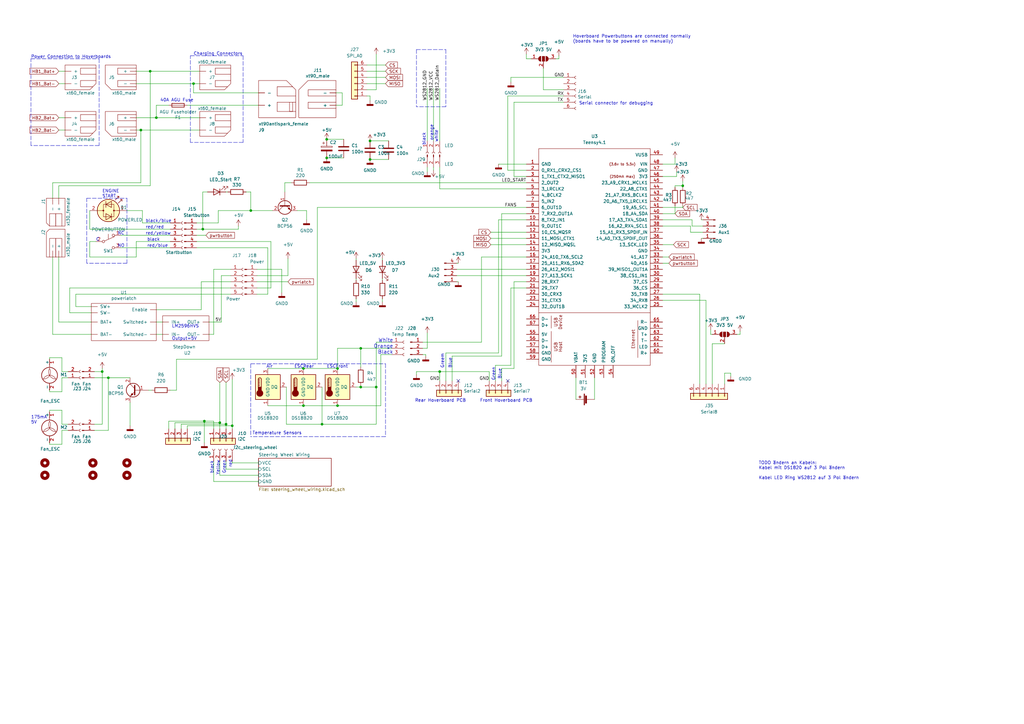
<source format=kicad_sch>
(kicad_sch (version 20211123) (generator eeschema)

  (uuid 00e38d63-5436-49db-81f5-697421f168fc)

  (paper "A3")

  

  (junction (at 57.785 53.34) (diameter 0) (color 0 0 0 0)
    (uuid 051b8cb0-ae77-4e09-98a7-bf2103319e66)
  )
  (junction (at 41.91 152.4) (diameter 0) (color 0 0 0 0)
    (uuid 08d3dd73-6f4c-4fc2-8e37-f281b85fe0d4)
  )
  (junction (at 92.71 173.99) (diameter 0) (color 0 0 0 0)
    (uuid 0b10b5dd-1068-4091-bac0-79652863a01e)
  )
  (junction (at 79.375 34.29) (diameter 0) (color 0 0 0 0)
    (uuid 123968c6-74e7-4754-8c36-08ea08e42555)
  )
  (junction (at 44.45 154.94) (diameter 0) (color 0 0 0 0)
    (uuid 17f40a5c-3441-49ae-8b83-88ce922d0e3d)
  )
  (junction (at 138.43 166.37) (diameter 0) (color 0 0 0 0)
    (uuid 1dcbe33f-cc83-406d-a028-85a460c31bac)
  )
  (junction (at 83.185 93.98) (diameter 0) (color 0 0 0 0)
    (uuid 2235841a-9c52-451a-9616-b84a520feeb5)
  )
  (junction (at 124.46 151.13) (diameter 0) (color 0 0 0 0)
    (uuid 242321c3-d992-4644-83b0-153f6d6ae855)
  )
  (junction (at 154.305 158.75) (diameter 0) (color 0 0 0 0)
    (uuid 30ff234b-df3a-42aa-bb37-f6ff7d49aec5)
  )
  (junction (at 180.34 152.4) (diameter 0) (color 0 0 0 0)
    (uuid 38f3170a-b54c-4011-af49-381b27b9e9bb)
  )
  (junction (at 151.765 57.785) (diameter 0) (color 0 0 0 0)
    (uuid 3a3e70b1-2cc8-4a66-89cd-35460ef8a407)
  )
  (junction (at 280.035 76.2) (diameter 0) (color 0 0 0 0)
    (uuid 40412e4d-fa67-404b-8675-fb145207776f)
  )
  (junction (at 133.985 64.77) (diameter 0) (color 0 0 0 0)
    (uuid 5096b250-cff0-4068-b724-0f0e0414784d)
  )
  (junction (at 147.955 142.875) (diameter 0) (color 0 0 0 0)
    (uuid 51826272-e64e-4c84-9c7b-b0f63fbb4416)
  )
  (junction (at 132.08 173.99) (diameter 0) (color 0 0 0 0)
    (uuid 64b3d048-4b62-4ef4-8a26-25f8e11cab31)
  )
  (junction (at 83.82 172.72) (diameter 0) (color 0 0 0 0)
    (uuid 69403c96-f918-448f-9931-0f743ebdeac3)
  )
  (junction (at 147.955 158.75) (diameter 0) (color 0 0 0 0)
    (uuid 6bbe664c-afc8-4a26-beda-656dd9cea5b8)
  )
  (junction (at 138.43 151.13) (diameter 0) (color 0 0 0 0)
    (uuid 6fb4cb96-e032-467f-b1ab-7c739561664d)
  )
  (junction (at 64.135 48.26) (diameter 0) (color 0 0 0 0)
    (uuid 79451892-db6b-4999-916d-6392174ee493)
  )
  (junction (at 133.985 57.15) (diameter 0) (color 0 0 0 0)
    (uuid 88d9f69e-d0e5-4bba-b2dc-36fd356eba4e)
  )
  (junction (at 102.87 86.36) (diameter 0) (color 0 0 0 0)
    (uuid 8e0c5536-8f0c-41c4-a920-c1fe2d0aeb28)
  )
  (junction (at 151.765 65.405) (diameter 0) (color 0 0 0 0)
    (uuid 9f171a87-ffde-46b1-b9bd-87ba6a6c823d)
  )
  (junction (at 95.25 174.625) (diameter 0) (color 0 0 0 0)
    (uuid ae42da24-02f4-42e7-8f2c-3c1c04118f9b)
  )
  (junction (at 90.17 173.355) (diameter 0) (color 0 0 0 0)
    (uuid e6bbf99a-2bfc-49bf-a0f1-56b03ff0b655)
  )
  (junction (at 124.46 166.37) (diameter 0) (color 0 0 0 0)
    (uuid efd22a7b-d2dc-4142-bf5e-6904cf5b3836)
  )
  (junction (at 61.595 29.21) (diameter 0) (color 0 0 0 0)
    (uuid fad4c712-0a2e-465d-a9f8-83d26bd66e37)
  )

  (no_connect (at 208.28 156.21) (uuid 57276367-9ce4-4738-88d7-6e8cb94c966c))
  (no_connect (at 187.96 156.21) (uuid 72b36951-3ec7-4569-9c88-cf9b4afe1cae))

  (wire (pts (xy 66.675 132.08) (xy 64.135 132.08))
    (stroke (width 0) (type default) (color 0 0 0 0))
    (uuid 009b5465-0a65-4237-93e7-eb65321eeb18)
  )
  (wire (pts (xy 209.55 118.11) (xy 215.9 118.11))
    (stroke (width 0) (type default) (color 0 0 0 0))
    (uuid 012449ca-e035-4431-bba7-b7e11af64b21)
  )
  (wire (pts (xy 57.785 53.34) (xy 57.785 74.93))
    (stroke (width 0) (type default) (color 0 0 0 0))
    (uuid 02538207-54a8-4266-8d51-23871852b2ff)
  )
  (wire (pts (xy 291.465 137.16) (xy 292.1 137.16))
    (stroke (width 0) (type default) (color 0 0 0 0))
    (uuid 0337e135-f3b5-4e41-85e1-fcc7d4d06ef3)
  )
  (wire (pts (xy 151.765 65.405) (xy 159.385 65.405))
    (stroke (width 0) (type default) (color 0 0 0 0))
    (uuid 046aff1b-63dd-4fa2-ad6b-a0c87f57f7dd)
  )
  (wire (pts (xy 140.335 43.18) (xy 137.795 43.18))
    (stroke (width 0) (type default) (color 0 0 0 0))
    (uuid 04cf2f2c-74bf-400d-b4f6-201720df00ed)
  )
  (wire (pts (xy 64.135 43.18) (xy 64.135 48.26))
    (stroke (width 0) (type default) (color 0 0 0 0))
    (uuid 083becc8-e25d-4206-9636-55457650bbe3)
  )
  (polyline (pts (xy 102.87 149.225) (xy 102.87 179.07))
    (stroke (width 0) (type default) (color 0 0 0 0))
    (uuid 09e06fde-36b0-4ab7-b996-d98c02ce3f76)
  )

  (wire (pts (xy 150.495 39.37) (xy 151.765 39.37))
    (stroke (width 0) (type default) (color 0 0 0 0))
    (uuid 09ec5a1f-8168-4109-a329-ef099cef6d16)
  )
  (wire (pts (xy 83.82 172.72) (xy 69.215 172.72))
    (stroke (width 0) (type default) (color 0 0 0 0))
    (uuid 0a177102-b386-476a-bb78-cfa41e5981d4)
  )
  (wire (pts (xy 133.985 64.77) (xy 140.97 64.77))
    (stroke (width 0) (type default) (color 0 0 0 0))
    (uuid 0a265115-6c7a-45ab-97a3-c695e3ee67d2)
  )
  (polyline (pts (xy 12.7 59.69) (xy 12.7 24.13))
    (stroke (width 0) (type default) (color 0 0 0 0))
    (uuid 0b4c0f05-c855-4742-bad2-dbf645d5842b)
  )

  (wire (pts (xy 283.21 95.25) (xy 288.29 95.25))
    (stroke (width 0) (type default) (color 0 0 0 0))
    (uuid 0b51c881-32e2-4df3-924d-4d6102a91729)
  )
  (wire (pts (xy 215.9 24.13) (xy 217.805 24.13))
    (stroke (width 0) (type default) (color 0 0 0 0))
    (uuid 0b759eb5-2b5d-497b-bde5-ba020c43a39d)
  )
  (wire (pts (xy 271.78 67.31) (xy 276.86 67.31))
    (stroke (width 0) (type default) (color 0 0 0 0))
    (uuid 0bf9b321-fb4d-49fd-9592-7ab5a99eb177)
  )
  (wire (pts (xy 90.17 156.845) (xy 90.17 173.355))
    (stroke (width 0) (type default) (color 0 0 0 0))
    (uuid 0cc9bf07-55b9-458f-b8aa-41b2f51fa940)
  )
  (wire (pts (xy 92.71 156.845) (xy 92.71 173.99))
    (stroke (width 0) (type default) (color 0 0 0 0))
    (uuid 0d5b0f48-7e11-42a1-aa49-31f1b69cb91d)
  )
  (wire (pts (xy 150.495 31.75) (xy 158.115 31.75))
    (stroke (width 0) (type default) (color 0 0 0 0))
    (uuid 0e78b584-2869-48ac-b293-95bd208efc94)
  )
  (wire (pts (xy 276.86 76.2) (xy 276.86 76.835))
    (stroke (width 0) (type default) (color 0 0 0 0))
    (uuid 0e95aa78-7bed-4b26-ac12-dbebf9e2b680)
  )
  (wire (pts (xy 31.115 120.65) (xy 31.115 125.73))
    (stroke (width 0) (type default) (color 0 0 0 0))
    (uuid 0f6a1023-ed00-4bd6-afef-ff227538c5e3)
  )
  (wire (pts (xy 177.8 36.195) (xy 177.8 57.785))
    (stroke (width 0) (type default) (color 0 0 0 0))
    (uuid 11274c77-8dea-42af-9338-4bcf2f325c89)
  )
  (wire (pts (xy 82.55 127) (xy 82.55 115.57))
    (stroke (width 0) (type default) (color 0 0 0 0))
    (uuid 1136c54b-6feb-40f7-ae6a-0f9521f82981)
  )
  (wire (pts (xy 37.465 125.73) (xy 31.115 125.73))
    (stroke (width 0) (type default) (color 0 0 0 0))
    (uuid 1199146e-a60b-416a-b503-e77d6d2892f9)
  )
  (wire (pts (xy 21.59 137.16) (xy 21.59 105.41))
    (stroke (width 0) (type default) (color 0 0 0 0))
    (uuid 12a24e86-2c38-4685-bba9-fff8dddb4cb0)
  )
  (wire (pts (xy 26.67 53.34) (xy 24.13 53.34))
    (stroke (width 0) (type default) (color 0 0 0 0))
    (uuid 12c8f4c9-cb79-4390-b96c-a717c693de17)
  )
  (wire (pts (xy 24.13 48.26) (xy 26.67 48.26))
    (stroke (width 0) (type default) (color 0 0 0 0))
    (uuid 12f8e43c-8f83-48d3-a9b5-5f3ebc0b6c43)
  )
  (wire (pts (xy 280.035 74.295) (xy 280.035 76.2))
    (stroke (width 0) (type default) (color 0 0 0 0))
    (uuid 13519fa0-f319-4568-9da1-27e7fc596e16)
  )
  (wire (pts (xy 156.21 145.415) (xy 160.655 145.415))
    (stroke (width 0) (type default) (color 0 0 0 0))
    (uuid 13786dec-2489-4053-b561-88e4a3312eb2)
  )
  (wire (pts (xy 20.32 146.685) (xy 25.4 146.685))
    (stroke (width 0) (type default) (color 0 0 0 0))
    (uuid 1542b558-bfe7-4e44-b051-52e954f089c4)
  )
  (polyline (pts (xy 158.115 179.07) (xy 102.87 179.07))
    (stroke (width 0) (type default) (color 0 0 0 0))
    (uuid 1570d25c-8719-49ce-9fd6-6144a7fe414f)
  )

  (wire (pts (xy 243.84 154.94) (xy 243.84 163.83))
    (stroke (width 0) (type default) (color 0 0 0 0))
    (uuid 171ac760-a511-466f-8910-fb69c68fa937)
  )
  (wire (pts (xy 61.595 29.21) (xy 61.595 76.2))
    (stroke (width 0) (type default) (color 0 0 0 0))
    (uuid 17ed3508-fa2e-4593-a799-bfd39a6cc14d)
  )
  (wire (pts (xy 127 74.93) (xy 215.9 74.93))
    (stroke (width 0) (type default) (color 0 0 0 0))
    (uuid 181e9518-7706-4189-a885-5e6e3aee3bb9)
  )
  (wire (pts (xy 83.185 93.98) (xy 83.185 78.74))
    (stroke (width 0) (type default) (color 0 0 0 0))
    (uuid 1df9a412-b56c-4e84-b38b-6a4bc05a97be)
  )
  (wire (pts (xy 38.735 173.99) (xy 41.91 173.99))
    (stroke (width 0) (type default) (color 0 0 0 0))
    (uuid 1e6a20ef-296c-4f96-9891-ff8455ce839d)
  )
  (wire (pts (xy 25.4 182.245) (xy 20.32 182.245))
    (stroke (width 0) (type default) (color 0 0 0 0))
    (uuid 1f97d1e3-c5f6-4344-9fb6-6c723b7697fa)
  )
  (polyline (pts (xy 52.07 81.28) (xy 52.07 107.95))
    (stroke (width 0) (type default) (color 0 0 0 0))
    (uuid 1fbb0219-551e-409b-a61b-76e8cebdfb9d)
  )

  (wire (pts (xy 154.305 140.335) (xy 154.305 158.75))
    (stroke (width 0) (type default) (color 0 0 0 0))
    (uuid 20c35e19-7499-4a32-968e-c106eec1aefe)
  )
  (wire (pts (xy 69.215 172.72) (xy 69.215 175.895))
    (stroke (width 0) (type default) (color 0 0 0 0))
    (uuid 25531609-ada1-438f-9524-2d6b2aacec2a)
  )
  (wire (pts (xy 20.32 168.275) (xy 25.4 168.275))
    (stroke (width 0) (type default) (color 0 0 0 0))
    (uuid 26301722-d82d-4669-b21f-04874a1fbca3)
  )
  (wire (pts (xy 146.05 106.045) (xy 146.05 106.68))
    (stroke (width 0) (type default) (color 0 0 0 0))
    (uuid 26a5e061-05bb-41a8-bc7a-df1564b11e90)
  )
  (wire (pts (xy 130.175 85.09) (xy 215.9 85.09))
    (stroke (width 0) (type default) (color 0 0 0 0))
    (uuid 2762442d-9432-4074-b79b-8eeab3eaf9a7)
  )
  (polyline (pts (xy 40.64 24.13) (xy 40.64 59.69))
    (stroke (width 0) (type default) (color 0 0 0 0))
    (uuid 282c8e53-3acc-42f0-a92a-6aa976b97a93)
  )

  (wire (pts (xy 137.795 38.1) (xy 140.335 38.1))
    (stroke (width 0) (type default) (color 0 0 0 0))
    (uuid 2878a73c-5447-4cd9-8194-14f52ab9459c)
  )
  (wire (pts (xy 89.535 86.36) (xy 102.87 86.36))
    (stroke (width 0) (type default) (color 0 0 0 0))
    (uuid 28e146f5-f85f-47b5-94b5-a67c33d23635)
  )
  (wire (pts (xy 154.305 36.83) (xy 150.495 36.83))
    (stroke (width 0) (type default) (color 0 0 0 0))
    (uuid 2ba9fb94-a1fa-486c-8933-fbe2803c354e)
  )
  (wire (pts (xy 109.855 166.37) (xy 124.46 166.37))
    (stroke (width 0) (type default) (color 0 0 0 0))
    (uuid 2c0237bf-a60c-4752-b240-a0ed4b05992b)
  )
  (wire (pts (xy 72.39 160.02) (xy 69.85 160.02))
    (stroke (width 0) (type default) (color 0 0 0 0))
    (uuid 2d84a257-2801-4282-83f8-8a08920949d3)
  )
  (wire (pts (xy 87.63 197.485) (xy 106.045 197.485))
    (stroke (width 0) (type default) (color 0 0 0 0))
    (uuid 2dedad72-81da-422a-b7ec-330645064577)
  )
  (wire (pts (xy 160.655 142.875) (xy 147.955 142.875))
    (stroke (width 0) (type default) (color 0 0 0 0))
    (uuid 2f50addc-928c-4435-b241-4bd66bfb0934)
  )
  (wire (pts (xy 55.88 99.06) (xy 55.88 105.41))
    (stroke (width 0) (type default) (color 0 0 0 0))
    (uuid 2fd044b6-377e-455f-89e0-f4f69a117f77)
  )
  (wire (pts (xy 154.305 22.225) (xy 154.305 36.83))
    (stroke (width 0) (type default) (color 0 0 0 0))
    (uuid 3017e6b7-2d49-4427-9dc1-83cc27ee24a4)
  )
  (wire (pts (xy 180.34 152.4) (xy 180.34 156.21))
    (stroke (width 0) (type default) (color 0 0 0 0))
    (uuid 30c33e3e-fb78-498d-bffe-76273d527004)
  )
  (wire (pts (xy 209.55 31.75) (xy 209.55 33.655))
    (stroke (width 0) (type default) (color 0 0 0 0))
    (uuid 322a7fce-26c4-4bb5-ba5a-1688f26585cf)
  )
  (wire (pts (xy 299.72 154.305) (xy 299.72 153.035))
    (stroke (width 0) (type default) (color 0 0 0 0))
    (uuid 32c7feaa-ff37-42f1-980c-fc6579887918)
  )
  (wire (pts (xy 20.32 168.91) (xy 20.32 168.275))
    (stroke (width 0) (type default) (color 0 0 0 0))
    (uuid 33072d10-86aa-4a72-9898-01c2c9b5842e)
  )
  (wire (pts (xy 154.305 173.99) (xy 154.305 158.75))
    (stroke (width 0) (type default) (color 0 0 0 0))
    (uuid 33aa439f-8f27-4c20-8909-3dc70d367c43)
  )
  (wire (pts (xy 138.43 166.37) (xy 156.21 166.37))
    (stroke (width 0) (type default) (color 0 0 0 0))
    (uuid 33e2f234-7e68-4c90-b3d3-06c043b0935f)
  )
  (wire (pts (xy 27.94 176.53) (xy 25.4 176.53))
    (stroke (width 0) (type default) (color 0 0 0 0))
    (uuid 34e399b2-48be-42f9-842e-e3b66c7c06bb)
  )
  (wire (pts (xy 209.55 149.86) (xy 203.2 149.86))
    (stroke (width 0) (type default) (color 0 0 0 0))
    (uuid 34eb38bf-2fc7-4a28-893e-3d3609a85d23)
  )
  (wire (pts (xy 41.91 151.13) (xy 41.91 152.4))
    (stroke (width 0) (type default) (color 0 0 0 0))
    (uuid 35a7735a-ee25-458f-bb48-cd448dcda5d3)
  )
  (wire (pts (xy 57.785 53.34) (xy 81.915 53.34))
    (stroke (width 0) (type default) (color 0 0 0 0))
    (uuid 35c09d1f-2914-4d1e-a002-df30af772f3b)
  )
  (wire (pts (xy 24.13 76.2) (xy 24.13 81.28))
    (stroke (width 0) (type default) (color 0 0 0 0))
    (uuid 35ef9c4a-35f6-467b-a704-b1d9354880cf)
  )
  (wire (pts (xy 205.74 156.21) (xy 205.74 151.13))
    (stroke (width 0) (type default) (color 0 0 0 0))
    (uuid 36ecbda1-f753-44e8-9b94-b54819f7ef15)
  )
  (polyline (pts (xy 182.88 43.815) (xy 170.815 43.815))
    (stroke (width 0) (type default) (color 0 0 0 0))
    (uuid 374316c4-15a5-4072-bc2a-06291d270741)
  )

  (wire (pts (xy 25.4 154.94) (xy 25.4 160.655))
    (stroke (width 0) (type default) (color 0 0 0 0))
    (uuid 39ae077c-5133-4896-9953-71244e980cb5)
  )
  (wire (pts (xy 160.655 140.335) (xy 154.305 140.335))
    (stroke (width 0) (type default) (color 0 0 0 0))
    (uuid 3aa28a58-d2d7-4f0a-91cb-81d577d309f4)
  )
  (wire (pts (xy 38.735 154.94) (xy 44.45 154.94))
    (stroke (width 0) (type default) (color 0 0 0 0))
    (uuid 3bc3df81-b30e-4a41-a38c-bca401c1fdb4)
  )
  (wire (pts (xy 94.615 120.65) (xy 31.115 120.65))
    (stroke (width 0) (type default) (color 0 0 0 0))
    (uuid 3bdb6e74-df98-4382-9a1e-8b7b42de8b63)
  )
  (wire (pts (xy 24.13 132.08) (xy 37.465 132.08))
    (stroke (width 0) (type default) (color 0 0 0 0))
    (uuid 3e0392c0-affc-4114-9de5-1f1cfe79418a)
  )
  (wire (pts (xy 76.835 43.18) (xy 106.045 43.18))
    (stroke (width 0) (type default) (color 0 0 0 0))
    (uuid 3e3d55c8-e0ea-48fb-8421-a84b7cb7055b)
  )
  (wire (pts (xy 95.25 189.865) (xy 106.045 189.865))
    (stroke (width 0) (type default) (color 0 0 0 0))
    (uuid 3e585ce6-ffe4-401c-995c-ba0fb6462563)
  )
  (wire (pts (xy 87.63 197.485) (xy 87.63 189.23))
    (stroke (width 0) (type default) (color 0 0 0 0))
    (uuid 4063c2e6-8261-47a4-afbb-00437840fe26)
  )
  (wire (pts (xy 292.1 140.97) (xy 297.18 140.97))
    (stroke (width 0) (type default) (color 0 0 0 0))
    (uuid 416b293b-f69f-4a4d-afb2-5ec85e49494d)
  )
  (wire (pts (xy 61.595 29.21) (xy 81.915 29.21))
    (stroke (width 0) (type default) (color 0 0 0 0))
    (uuid 422b10b9-e829-44a2-8808-05edd8cb3050)
  )
  (wire (pts (xy 92.71 173.99) (xy 74.295 173.99))
    (stroke (width 0) (type default) (color 0 0 0 0))
    (uuid 4254ab22-9d9b-4884-a1f8-0bb4242f8894)
  )
  (wire (pts (xy 276.86 67.31) (xy 276.86 64.77))
    (stroke (width 0) (type default) (color 0 0 0 0))
    (uuid 44a31d09-65ce-45e2-98f9-0649161b54b4)
  )
  (wire (pts (xy 180.34 77.47) (xy 215.9 77.47))
    (stroke (width 0) (type default) (color 0 0 0 0))
    (uuid 44dee830-40ed-4a00-8c4e-ba626f32dc1e)
  )
  (wire (pts (xy 283.21 92.71) (xy 283.21 95.25))
    (stroke (width 0) (type default) (color 0 0 0 0))
    (uuid 45905a48-b3b5-47ed-a573-716650e75790)
  )
  (wire (pts (xy 283.845 92.71) (xy 283.845 90.17))
    (stroke (width 0) (type default) (color 0 0 0 0))
    (uuid 45ed6802-3f39-415d-b1e0-8d537e6f3c33)
  )
  (wire (pts (xy 187.96 107.95) (xy 187.325 107.95))
    (stroke (width 0) (type default) (color 0 0 0 0))
    (uuid 469e3ced-fa71-45f7-a6a0-be05c61f7b6e)
  )
  (wire (pts (xy 25.4 168.275) (xy 25.4 173.99))
    (stroke (width 0) (type default) (color 0 0 0 0))
    (uuid 46fa1be4-d517-4eaf-a68b-dce661fc076c)
  )
  (wire (pts (xy 79.375 38.1) (xy 79.375 34.29))
    (stroke (width 0) (type default) (color 0 0 0 0))
    (uuid 475ed8b3-90bf-48cd-bce5-d8f48b689541)
  )
  (wire (pts (xy 156.845 114.3) (xy 156.845 114.935))
    (stroke (width 0) (type default) (color 0 0 0 0))
    (uuid 489dbc75-626f-4f7d-a79e-4718b12503a5)
  )
  (polyline (pts (xy 102.87 149.225) (xy 158.115 149.225))
    (stroke (width 0) (type default) (color 0 0 0 0))
    (uuid 48e63767-c45b-4543-b818-8f00f0600bf9)
  )

  (wire (pts (xy 205.74 146.05) (xy 205.74 87.63))
    (stroke (width 0) (type default) (color 0 0 0 0))
    (uuid 49df14a4-9231-4e0c-8be6-325780f5026d)
  )
  (wire (pts (xy 133.985 57.15) (xy 140.97 57.15))
    (stroke (width 0) (type default) (color 0 0 0 0))
    (uuid 49efe05d-ee93-4a15-b852-734325ebf0af)
  )
  (wire (pts (xy 89.535 91.44) (xy 89.535 86.36))
    (stroke (width 0) (type default) (color 0 0 0 0))
    (uuid 4abd83b2-2075-4fec-a627-5a1558b56d3f)
  )
  (wire (pts (xy 185.42 156.21) (xy 185.42 146.05))
    (stroke (width 0) (type default) (color 0 0 0 0))
    (uuid 4c843bdb-6c9e-40dd-85e2-0567846e18ba)
  )
  (wire (pts (xy 175.26 136.525) (xy 175.26 142.875))
    (stroke (width 0) (type default) (color 0 0 0 0))
    (uuid 4cd66851-08f4-4acb-9fff-9781de2b31d6)
  )
  (wire (pts (xy 138.43 142.875) (xy 138.43 151.13))
    (stroke (width 0) (type default) (color 0 0 0 0))
    (uuid 4f7c7ee0-aecc-4a3e-93eb-625bf8325b8f)
  )
  (wire (pts (xy 83.185 93.98) (xy 97.79 93.98))
    (stroke (width 0) (type default) (color 0 0 0 0))
    (uuid 50208326-4c3d-4fc0-b1bc-7c7f78e47333)
  )
  (wire (pts (xy 90.17 173.355) (xy 90.17 175.895))
    (stroke (width 0) (type default) (color 0 0 0 0))
    (uuid 50511df0-cbe7-4439-9e9c-f26e04b637db)
  )
  (wire (pts (xy 303.53 135.89) (xy 303.53 137.16))
    (stroke (width 0) (type default) (color 0 0 0 0))
    (uuid 51cd4b7a-f1e2-47b7-89da-e68317a010af)
  )
  (wire (pts (xy 271.78 100.33) (xy 276.225 100.33))
    (stroke (width 0) (type default) (color 0 0 0 0))
    (uuid 52703b70-40ed-4524-896c-4f29b49e5f4c)
  )
  (wire (pts (xy 36.83 93.98) (xy 36.83 86.36))
    (stroke (width 0) (type default) (color 0 0 0 0))
    (uuid 53e34696-241f-47e5-a477-f469335c8a61)
  )
  (wire (pts (xy 58.42 91.44) (xy 69.85 91.44))
    (stroke (width 0) (type default) (color 0 0 0 0))
    (uuid 547eeec1-a95c-431b-95a4-2ff936d52170)
  )
  (wire (pts (xy 119.38 74.93) (xy 116.84 74.93))
    (stroke (width 0) (type default) (color 0 0 0 0))
    (uuid 54dfed87-fbe5-47ab-b620-2d6ba5ea0bcb)
  )
  (wire (pts (xy 147.955 142.875) (xy 147.955 150.495))
    (stroke (width 0) (type default) (color 0 0 0 0))
    (uuid 55612800-7186-4844-8635-2f2dadf3eaf1)
  )
  (wire (pts (xy 87.63 172.72) (xy 83.82 172.72))
    (stroke (width 0) (type default) (color 0 0 0 0))
    (uuid 55c7ef39-b251-4a11-94d4-60a109929c6f)
  )
  (wire (pts (xy 271.78 120.65) (xy 287.02 120.65))
    (stroke (width 0) (type default) (color 0 0 0 0))
    (uuid 562f5eba-e575-42fa-917e-5433ec2c0cbc)
  )
  (wire (pts (xy 105.41 118.11) (xy 111.125 118.11))
    (stroke (width 0) (type default) (color 0 0 0 0))
    (uuid 56e486f5-556e-4d8e-a75a-487ed98d2e59)
  )
  (wire (pts (xy 147.955 158.75) (xy 147.955 158.115))
    (stroke (width 0) (type default) (color 0 0 0 0))
    (uuid 58c209f0-2b9e-4f7d-aa27-5cf3bc9ef328)
  )
  (wire (pts (xy 200.66 152.4) (xy 200.66 156.21))
    (stroke (width 0) (type default) (color 0 0 0 0))
    (uuid 58d71c09-ba53-43d7-9fc9-7054806963d2)
  )
  (wire (pts (xy 177.8 68.58) (xy 177.8 69.85))
    (stroke (width 0) (type default) (color 0 0 0 0))
    (uuid 58dfd4b5-1213-4f4d-8f38-79c6f352f825)
  )
  (wire (pts (xy 36.83 99.06) (xy 36.83 105.41))
    (stroke (width 0) (type default) (color 0 0 0 0))
    (uuid 58e8a243-dbf1-46ec-a9ca-62db6c046a4b)
  )
  (polyline (pts (xy 182.88 20.32) (xy 182.88 43.815))
    (stroke (width 0) (type default) (color 0 0 0 0))
    (uuid 59066bb7-c104-449a-a331-bd2de5193eeb)
  )

  (wire (pts (xy 94.615 118.11) (xy 28.575 118.11))
    (stroke (width 0) (type default) (color 0 0 0 0))
    (uuid 5a040418-8644-4cf8-9de0-ba3624649e9e)
  )
  (wire (pts (xy 116.84 74.93) (xy 116.84 78.74))
    (stroke (width 0) (type default) (color 0 0 0 0))
    (uuid 5a1c01fb-cf82-4e17-9a62-00e0a3adba47)
  )
  (wire (pts (xy 94.615 113.03) (xy 90.805 113.03))
    (stroke (width 0) (type default) (color 0 0 0 0))
    (uuid 5b15d041-2d51-4c90-8164-397806011835)
  )
  (wire (pts (xy 187.96 115.57) (xy 187.325 115.57))
    (stroke (width 0) (type default) (color 0 0 0 0))
    (uuid 5b7729b0-f65f-4a87-acb8-ccc12b4f51f9)
  )
  (wire (pts (xy 95.25 174.625) (xy 95.25 175.895))
    (stroke (width 0) (type default) (color 0 0 0 0))
    (uuid 5c3c20ac-7d6a-4a6a-8d79-b176608d957f)
  )
  (wire (pts (xy 146.05 158.75) (xy 147.955 158.75))
    (stroke (width 0) (type default) (color 0 0 0 0))
    (uuid 5d0d6a13-8484-4646-bacd-2fbc9cb5413d)
  )
  (wire (pts (xy 76.835 175.895) (xy 76.835 174.625))
    (stroke (width 0) (type default) (color 0 0 0 0))
    (uuid 5dba2df1-c0a7-451c-ad63-7260d7b1f5a8)
  )
  (wire (pts (xy 55.88 29.21) (xy 61.595 29.21))
    (stroke (width 0) (type default) (color 0 0 0 0))
    (uuid 5f312b85-6822-40a3-b417-2df49696ca2d)
  )
  (wire (pts (xy 24.13 29.21) (xy 26.67 29.21))
    (stroke (width 0) (type default) (color 0 0 0 0))
    (uuid 5f38bdb2-3657-474e-8e86-d6bb0b298110)
  )
  (wire (pts (xy 117.475 173.99) (xy 132.08 173.99))
    (stroke (width 0) (type default) (color 0 0 0 0))
    (uuid 5fffc123-8d12-4fe8-9d11-1182bb078146)
  )
  (wire (pts (xy 74.295 173.99) (xy 74.295 175.895))
    (stroke (width 0) (type default) (color 0 0 0 0))
    (uuid 6064ea35-013e-4b86-a6c4-39586d23a64c)
  )
  (wire (pts (xy 209.55 31.75) (xy 231.14 31.75))
    (stroke (width 0) (type default) (color 0 0 0 0))
    (uuid 6202b522-e646-49af-83e4-b5d7844d80bd)
  )
  (wire (pts (xy 25.4 146.685) (xy 25.4 152.4))
    (stroke (width 0) (type default) (color 0 0 0 0))
    (uuid 62880b37-7f4d-4027-be35-87ea11b9bfce)
  )
  (wire (pts (xy 115.57 120.015) (xy 115.57 110.49))
    (stroke (width 0) (type default) (color 0 0 0 0))
    (uuid 62a6d334-f451-48c1-bbb3-2e2aacab4352)
  )
  (wire (pts (xy 25.4 173.99) (xy 27.94 173.99))
    (stroke (width 0) (type default) (color 0 0 0 0))
    (uuid 62c26a31-4bf5-4a49-846e-2a9deae7bdd9)
  )
  (wire (pts (xy 208.28 69.85) (xy 208.28 39.37))
    (stroke (width 0) (type default) (color 0 0 0 0))
    (uuid 63884a0c-3153-4b16-b576-b3d0570549ad)
  )
  (wire (pts (xy 130.175 85.09) (xy 130.175 147.32))
    (stroke (width 0) (type default) (color 0 0 0 0))
    (uuid 649506bc-e737-4d40-826c-c9ae6cf7999f)
  )
  (wire (pts (xy 204.47 90.17) (xy 204.47 144.78))
    (stroke (width 0) (type default) (color 0 0 0 0))
    (uuid 64a82c13-23a0-425e-9d2f-c51801b5f76e)
  )
  (wire (pts (xy 37.465 137.16) (xy 21.59 137.16))
    (stroke (width 0) (type default) (color 0 0 0 0))
    (uuid 6513181c-0a6a-4560-9a18-17450c36ae2a)
  )
  (wire (pts (xy 38.735 176.53) (xy 44.45 176.53))
    (stroke (width 0) (type default) (color 0 0 0 0))
    (uuid 655a4dd6-df89-48f2-a803-643990d058bd)
  )
  (wire (pts (xy 208.28 39.37) (xy 231.14 39.37))
    (stroke (width 0) (type default) (color 0 0 0 0))
    (uuid 65b9a046-bb8f-42cd-b846-d3362b0ef51f)
  )
  (wire (pts (xy 83.185 78.74) (xy 85.09 78.74))
    (stroke (width 0) (type default) (color 0 0 0 0))
    (uuid 663cc588-2ea2-4d16-b91f-ff54db2ba726)
  )
  (wire (pts (xy 170.815 152.4) (xy 180.34 152.4))
    (stroke (width 0) (type default) (color 0 0 0 0))
    (uuid 68422ffc-83e4-42e5-b1dc-f3b10be98daf)
  )
  (polyline (pts (xy 170.815 20.32) (xy 182.88 20.32))
    (stroke (width 0) (type default) (color 0 0 0 0))
    (uuid 6994715a-fbff-431c-b736-e87cb0a095c3)
  )

  (wire (pts (xy 187.325 113.03) (xy 215.9 113.03))
    (stroke (width 0) (type default) (color 0 0 0 0))
    (uuid 6ac108b8-87ca-4878-86f3-b3931e823252)
  )
  (wire (pts (xy 151.765 39.37) (xy 151.765 41.275))
    (stroke (width 0) (type default) (color 0 0 0 0))
    (uuid 6bb2c937-e8ff-43d0-9b06-456594eb25e9)
  )
  (wire (pts (xy 36.83 99.06) (xy 39.37 99.06))
    (stroke (width 0) (type default) (color 0 0 0 0))
    (uuid 6bd115d6-07e0-45db-8f2e-3cbb0429104f)
  )
  (wire (pts (xy 125.73 86.36) (xy 125.73 90.17))
    (stroke (width 0) (type default) (color 0 0 0 0))
    (uuid 6cb93665-0bcd-4104-8633-fffd1811eee0)
  )
  (wire (pts (xy 204.47 67.31) (xy 215.9 67.31))
    (stroke (width 0) (type default) (color 0 0 0 0))
    (uuid 6d660d44-2237-493b-a881-7e0ebb385c2c)
  )
  (wire (pts (xy 115.57 110.49) (xy 105.41 110.49))
    (stroke (width 0) (type default) (color 0 0 0 0))
    (uuid 6fb78646-375d-4e04-bdf3-192bdf9fa3e4)
  )
  (wire (pts (xy 182.88 156.21) (xy 182.88 144.78))
    (stroke (width 0) (type default) (color 0 0 0 0))
    (uuid 6ffdf05e-e119-49f9-85e9-13e4901df42a)
  )
  (wire (pts (xy 20.32 160.655) (xy 20.32 160.02))
    (stroke (width 0) (type default) (color 0 0 0 0))
    (uuid 707520b4-cacf-45dc-bb64-b15608f9208f)
  )
  (wire (pts (xy 38.735 152.4) (xy 41.91 152.4))
    (stroke (width 0) (type default) (color 0 0 0 0))
    (uuid 716ce140-e601-44e8-935e-856b42be6077)
  )
  (wire (pts (xy 280.035 76.2) (xy 276.86 76.2))
    (stroke (width 0) (type default) (color 0 0 0 0))
    (uuid 719e9152-e8ec-4038-bff3-e10dc6873da6)
  )
  (wire (pts (xy 69.215 43.18) (xy 64.135 43.18))
    (stroke (width 0) (type default) (color 0 0 0 0))
    (uuid 725cdf26-4b92-46db-bca9-10d930002dda)
  )
  (wire (pts (xy 80.645 101.6) (xy 109.855 101.6))
    (stroke (width 0) (type default) (color 0 0 0 0))
    (uuid 72c5b5dc-7d0c-4e1d-aa45-7f2d6eeb3e27)
  )
  (wire (pts (xy 95.25 189.865) (xy 95.25 189.23))
    (stroke (width 0) (type default) (color 0 0 0 0))
    (uuid 72c703a9-f76e-4ccd-a5d4-19a0d1bf59d1)
  )
  (wire (pts (xy 117.475 158.75) (xy 117.475 173.99))
    (stroke (width 0) (type default) (color 0 0 0 0))
    (uuid 743de486-ba09-4c49-9dff-9a92fef55316)
  )
  (wire (pts (xy 271.78 123.19) (xy 289.56 123.19))
    (stroke (width 0) (type default) (color 0 0 0 0))
    (uuid 7501aef6-0880-4f4f-9852-dee6a9141968)
  )
  (wire (pts (xy 277.495 72.39) (xy 277.495 70.485))
    (stroke (width 0) (type default) (color 0 0 0 0))
    (uuid 76be6751-4c3d-40e9-9d65-cc3fe679deae)
  )
  (wire (pts (xy 132.08 158.75) (xy 132.08 173.99))
    (stroke (width 0) (type default) (color 0 0 0 0))
    (uuid 76dfc600-0790-43a0-9bc4-d0e98f5de9c1)
  )
  (wire (pts (xy 20.32 160.655) (xy 25.4 160.655))
    (stroke (width 0) (type default) (color 0 0 0 0))
    (uuid 782ab777-440f-4045-a4c0-f73ddee70716)
  )
  (wire (pts (xy 118.11 113.03) (xy 105.41 113.03))
    (stroke (width 0) (type default) (color 0 0 0 0))
    (uuid 78fc26a2-c6aa-4020-b71c-d7cbb33d50cf)
  )
  (wire (pts (xy 303.53 137.16) (xy 302.26 137.16))
    (stroke (width 0) (type default) (color 0 0 0 0))
    (uuid 7a7681c1-80a0-4782-a422-ecbc063d0c5c)
  )
  (wire (pts (xy 64.135 48.26) (xy 81.915 48.26))
    (stroke (width 0) (type default) (color 0 0 0 0))
    (uuid 7acd513a-187b-4936-9f93-2e521ce33ad5)
  )
  (polyline (pts (xy 52.07 107.95) (xy 35.56 107.95))
    (stroke (width 0) (type default) (color 0 0 0 0))
    (uuid 7bfba61b-6752-4a45-9ee6-5984dcb15041)
  )

  (wire (pts (xy 299.72 153.035) (xy 297.18 153.035))
    (stroke (width 0) (type default) (color 0 0 0 0))
    (uuid 7c7082a1-77a0-438a-ab59-503be5a4e701)
  )
  (wire (pts (xy 82.55 115.57) (xy 94.615 115.57))
    (stroke (width 0) (type default) (color 0 0 0 0))
    (uuid 7dfa12dd-0cd0-4759-964c-4ba3aef8bb58)
  )
  (wire (pts (xy 175.26 68.58) (xy 175.26 70.485))
    (stroke (width 0) (type default) (color 0 0 0 0))
    (uuid 7f1579b0-7b58-4eea-a427-d38d2582d3aa)
  )
  (wire (pts (xy 60.96 160.02) (xy 62.23 160.02))
    (stroke (width 0) (type default) (color 0 0 0 0))
    (uuid 7f664a3c-9748-45a7-a189-4712ada62fe7)
  )
  (wire (pts (xy 174.625 145.415) (xy 174.625 146.05))
    (stroke (width 0) (type default) (color 0 0 0 0))
    (uuid 805ad2cb-4a29-45da-a322-1f9825134f56)
  )
  (wire (pts (xy 151.765 57.785) (xy 159.385 57.785))
    (stroke (width 0) (type default) (color 0 0 0 0))
    (uuid 80d27706-07bd-45c6-badc-c478b2600e5a)
  )
  (wire (pts (xy 173.355 140.335) (xy 197.485 140.335))
    (stroke (width 0) (type default) (color 0 0 0 0))
    (uuid 822405be-3a6f-4435-9cbf-0c4328ff31ec)
  )
  (wire (pts (xy 90.805 113.03) (xy 90.805 132.08))
    (stroke (width 0) (type default) (color 0 0 0 0))
    (uuid 823c34d4-e27b-470a-9b98-977c836aa764)
  )
  (polyline (pts (xy 40.64 59.69) (xy 12.7 59.69))
    (stroke (width 0) (type default) (color 0 0 0 0))
    (uuid 83c5181e-f5ee-453c-ae5c-d7256ba8837d)
  )

  (wire (pts (xy 215.9 24.13) (xy 215.9 22.225))
    (stroke (width 0) (type default) (color 0 0 0 0))
    (uuid 85397c49-60fc-4fe1-a5a2-91b58f38b021)
  )
  (wire (pts (xy 271.78 107.95) (xy 274.32 107.95))
    (stroke (width 0) (type default) (color 0 0 0 0))
    (uuid 863f53ac-404a-46ef-9a80-899a7163947f)
  )
  (wire (pts (xy 105.41 115.57) (xy 118.11 115.57))
    (stroke (width 0) (type default) (color 0 0 0 0))
    (uuid 876a971d-a619-4c29-9c92-451633658845)
  )
  (wire (pts (xy 53.34 165.1) (xy 53.34 174.625))
    (stroke (width 0) (type default) (color 0 0 0 0))
    (uuid 885d043f-b4c9-4eb2-820d-d417cb4bc866)
  )
  (polyline (pts (xy 78.105 22.86) (xy 99.695 22.86))
    (stroke (width 0) (type default) (color 0 0 0 0))
    (uuid 888fd7cb-2fc6-480c-bcfa-0b71303087d3)
  )

  (wire (pts (xy 71.755 173.355) (xy 90.17 173.355))
    (stroke (width 0) (type default) (color 0 0 0 0))
    (uuid 89607785-50a6-412e-9773-1e085f5b77fa)
  )
  (wire (pts (xy 36.83 93.98) (xy 69.85 93.98))
    (stroke (width 0) (type default) (color 0 0 0 0))
    (uuid 8aeae536-fd36-430e-be47-1a856eced2fc)
  )
  (wire (pts (xy 87.63 110.49) (xy 94.615 110.49))
    (stroke (width 0) (type default) (color 0 0 0 0))
    (uuid 8b61a8d2-0056-4f41-829d-4d87fa944b28)
  )
  (wire (pts (xy 28.575 118.11) (xy 28.575 128.27))
    (stroke (width 0) (type default) (color 0 0 0 0))
    (uuid 8b99dc7a-2e02-445b-a6cf-b55663646f65)
  )
  (wire (pts (xy 20.32 182.245) (xy 20.32 181.61))
    (stroke (width 0) (type default) (color 0 0 0 0))
    (uuid 8ba5a9f6-538a-40bf-9f77-39b12aa2f0db)
  )
  (wire (pts (xy 71.755 175.895) (xy 71.755 173.355))
    (stroke (width 0) (type default) (color 0 0 0 0))
    (uuid 8d023456-8ad9-4f7e-897d-e73ffdb4933e)
  )
  (wire (pts (xy 55.88 48.26) (xy 64.135 48.26))
    (stroke (width 0) (type default) (color 0 0 0 0))
    (uuid 8e295ed4-82cb-4d9f-8888-7ad2dd4d5129)
  )
  (wire (pts (xy 201.295 100.33) (xy 215.9 100.33))
    (stroke (width 0) (type default) (color 0 0 0 0))
    (uuid 8fc70b4f-097d-4e7c-884a-480aee6a97f2)
  )
  (wire (pts (xy 90.17 194.945) (xy 90.17 189.23))
    (stroke (width 0) (type default) (color 0 0 0 0))
    (uuid 9003502a-4f22-4d6b-8dad-6d2841ec098a)
  )
  (wire (pts (xy 222.885 27.94) (xy 222.885 36.83))
    (stroke (width 0) (type default) (color 0 0 0 0))
    (uuid 90e4b67e-0a6e-42bc-93bf-45939b80c9b6)
  )
  (wire (pts (xy 124.46 166.37) (xy 138.43 166.37))
    (stroke (width 0) (type default) (color 0 0 0 0))
    (uuid 934617ba-f1d2-4fc0-b39f-da9adea05461)
  )
  (wire (pts (xy 118.11 106.045) (xy 118.11 113.03))
    (stroke (width 0) (type default) (color 0 0 0 0))
    (uuid 940380cb-8cf9-45b8-b600-7d8ce8a785d6)
  )
  (wire (pts (xy 140.335 38.1) (xy 140.335 43.18))
    (stroke (width 0) (type default) (color 0 0 0 0))
    (uuid 955cc99e-a129-42cf-abc7-aa99813fdb5f)
  )
  (wire (pts (xy 156.845 122.555) (xy 156.845 123.825))
    (stroke (width 0) (type default) (color 0 0 0 0))
    (uuid 957e24b2-957a-4613-8205-73cc52b7059b)
  )
  (wire (pts (xy 229.235 22.86) (xy 229.235 24.13))
    (stroke (width 0) (type default) (color 0 0 0 0))
    (uuid 95e06b65-459a-4ab7-a258-2019fd7c750c)
  )
  (wire (pts (xy 180.34 57.785) (xy 180.34 36.195))
    (stroke (width 0) (type default) (color 0 0 0 0))
    (uuid 962cc689-6c3f-4789-be43-adc84250ba02)
  )
  (wire (pts (xy 55.88 99.06) (xy 69.85 99.06))
    (stroke (width 0) (type default) (color 0 0 0 0))
    (uuid 973c2694-75a7-49b1-b02c-677cd56f102c)
  )
  (wire (pts (xy 21.59 74.93) (xy 57.785 74.93))
    (stroke (width 0) (type default) (color 0 0 0 0))
    (uuid 974c48bf-534e-4335-98e1-b0426c783e99)
  )
  (wire (pts (xy 204.47 90.17) (xy 215.9 90.17))
    (stroke (width 0) (type default) (color 0 0 0 0))
    (uuid 97d4bd7c-6643-4603-b3c2-b1bae286a23d)
  )
  (wire (pts (xy 64.135 127) (xy 82.55 127))
    (stroke (width 0) (type default) (color 0 0 0 0))
    (uuid 98b00c9d-9188-4bce-aa70-92d12dd9cf82)
  )
  (wire (pts (xy 92.71 192.405) (xy 106.045 192.405))
    (stroke (width 0) (type default) (color 0 0 0 0))
    (uuid 98c9f3be-ac61-41f9-8638-0273964c52ba)
  )
  (wire (pts (xy 55.88 53.34) (xy 57.785 53.34))
    (stroke (width 0) (type default) (color 0 0 0 0))
    (uuid 99186658-0361-40ba-ae93-62f23c5622e6)
  )
  (polyline (pts (xy 35.56 81.28) (xy 52.07 81.28))
    (stroke (width 0) (type default) (color 0 0 0 0))
    (uuid 99332785-d9f1-4363-9377-26ddc18e6d2c)
  )

  (wire (pts (xy 204.47 144.78) (xy 182.88 144.78))
    (stroke (width 0) (type default) (color 0 0 0 0))
    (uuid 99837fd0-a0a4-4343-8445-986091adde32)
  )
  (wire (pts (xy 97.79 93.98) (xy 97.79 92.71))
    (stroke (width 0) (type default) (color 0 0 0 0))
    (uuid 9992e006-0501-402a-9275-a5a0d8af71f1)
  )
  (polyline (pts (xy 35.56 107.95) (xy 35.56 81.28))
    (stroke (width 0) (type default) (color 0 0 0 0))
    (uuid 99dfa524-0366-4808-b4e8-328fc38e8656)
  )

  (wire (pts (xy 185.42 146.05) (xy 205.74 146.05))
    (stroke (width 0) (type default) (color 0 0 0 0))
    (uuid 9a970ac1-63cf-40d6-bc9a-be6411b01438)
  )
  (wire (pts (xy 201.295 97.79) (xy 215.9 97.79))
    (stroke (width 0) (type default) (color 0 0 0 0))
    (uuid 9bd0c4e4-40be-4a0c-9264-b93d771e6713)
  )
  (wire (pts (xy 287.655 90.17) (xy 288.29 90.17))
    (stroke (width 0) (type default) (color 0 0 0 0))
    (uuid 9dbe7454-256d-40a9-a303-9e9f6a7b5591)
  )
  (wire (pts (xy 20.32 147.32) (xy 20.32 146.685))
    (stroke (width 0) (type default) (color 0 0 0 0))
    (uuid 9ed2e82a-459f-49e0-a3a3-7e6e749f942c)
  )
  (wire (pts (xy 72.39 147.32) (xy 72.39 160.02))
    (stroke (width 0) (type default) (color 0 0 0 0))
    (uuid a1d929f8-3a0d-4870-a15e-1c1a86c261e8)
  )
  (wire (pts (xy 271.78 87.63) (xy 276.86 87.63))
    (stroke (width 0) (type default) (color 0 0 0 0))
    (uuid a25905ad-1f60-4f19-8afe-c32cc732ab85)
  )
  (wire (pts (xy 291.465 137.16) (xy 291.465 135.255))
    (stroke (width 0) (type default) (color 0 0 0 0))
    (uuid a298c38e-6846-4ae6-86ea-56836208bfc9)
  )
  (polyline (pts (xy 99.695 22.86) (xy 99.695 58.42))
    (stroke (width 0) (type default) (color 0 0 0 0))
    (uuid a92f3b72-ed6d-4d99-9da6-35771bec3c77)
  )

  (wire (pts (xy 76.835 174.625) (xy 95.25 174.625))
    (stroke (width 0) (type default) (color 0 0 0 0))
    (uuid a9ca165e-67b7-4a4f-a54c-ac2675edd3b2)
  )
  (wire (pts (xy 66.675 137.16) (xy 64.135 137.16))
    (stroke (width 0) (type default) (color 0 0 0 0))
    (uuid aa130053-a451-4f12-97f7-3d4d891a5f83)
  )
  (polyline (pts (xy 99.695 58.42) (xy 78.105 58.42))
    (stroke (width 0) (type default) (color 0 0 0 0))
    (uuid aa1c6f47-cbd4-4cbd-8265-e5ac08b7ffc8)
  )

  (wire (pts (xy 150.495 26.67) (xy 158.115 26.67))
    (stroke (width 0) (type default) (color 0 0 0 0))
    (uuid ab0f8664-d5a3-4b53-8cc3-378b631c9ad2)
  )
  (wire (pts (xy 205.74 151.13) (xy 210.82 151.13))
    (stroke (width 0) (type default) (color 0 0 0 0))
    (uuid ab3e774c-f756-4eab-91e4-0fb38bf6548e)
  )
  (wire (pts (xy 44.45 176.53) (xy 44.45 154.94))
    (stroke (width 0) (type default) (color 0 0 0 0))
    (uuid ab9204f6-3305-4fe4-b4ac-f575a6713586)
  )
  (wire (pts (xy 92.71 189.23) (xy 92.71 192.405))
    (stroke (width 0) (type default) (color 0 0 0 0))
    (uuid ad02ce9d-52f6-4a93-a2ca-26261822f8a6)
  )
  (wire (pts (xy 28.575 128.27) (xy 37.465 128.27))
    (stroke (width 0) (type default) (color 0 0 0 0))
    (uuid adefd5fd-1346-4fc3-a57d-6354539839d7)
  )
  (wire (pts (xy 271.78 72.39) (xy 277.495 72.39))
    (stroke (width 0) (type default) (color 0 0 0 0))
    (uuid ae5d5523-805c-48bb-b5ad-4ef1f6c5b85b)
  )
  (wire (pts (xy 209.55 118.11) (xy 209.55 149.86))
    (stroke (width 0) (type default) (color 0 0 0 0))
    (uuid aef26e6f-af89-4921-94c7-a47b7e960999)
  )
  (wire (pts (xy 197.485 105.41) (xy 215.9 105.41))
    (stroke (width 0) (type default) (color 0 0 0 0))
    (uuid af9d3720-548f-491f-8cbb-28198edb8e84)
  )
  (wire (pts (xy 41.91 152.4) (xy 41.91 173.99))
    (stroke (width 0) (type default) (color 0 0 0 0))
    (uuid b0660e11-ddb6-4a62-be7e-ad208b979ad4)
  )
  (wire (pts (xy 170.815 152.4) (xy 170.815 153.67))
    (stroke (width 0) (type default) (color 0 0 0 0))
    (uuid b0662d8d-790a-4837-b04c-d8dff48e41b3)
  )
  (wire (pts (xy 150.495 29.21) (xy 158.115 29.21))
    (stroke (width 0) (type default) (color 0 0 0 0))
    (uuid b16abbd0-e4cb-40d4-98e5-66d17adc4be4)
  )
  (wire (pts (xy 80.645 91.44) (xy 89.535 91.44))
    (stroke (width 0) (type default) (color 0 0 0 0))
    (uuid b1eb6044-90f9-45c4-bcd7-fc6d92ca931d)
  )
  (wire (pts (xy 205.74 87.63) (xy 215.9 87.63))
    (stroke (width 0) (type default) (color 0 0 0 0))
    (uuid b23a90d7-0eef-4634-bff4-9b03893fd177)
  )
  (wire (pts (xy 210.82 41.91) (xy 210.82 72.39))
    (stroke (width 0) (type default) (color 0 0 0 0))
    (uuid b2c14d5a-b0fd-41f3-b660-f8ce92051c01)
  )
  (wire (pts (xy 146.05 122.555) (xy 146.05 123.825))
    (stroke (width 0) (type default) (color 0 0 0 0))
    (uuid b3498b90-19d1-4b63-8749-26e7bf0b1250)
  )
  (wire (pts (xy 90.17 194.945) (xy 106.045 194.945))
    (stroke (width 0) (type default) (color 0 0 0 0))
    (uuid b53b4613-8da0-4af1-8943-71affd67a801)
  )
  (wire (pts (xy 27.94 154.94) (xy 25.4 154.94))
    (stroke (width 0) (type default) (color 0 0 0 0))
    (uuid b571e1d8-c5c1-48ac-a7e3-34664a01c974)
  )
  (wire (pts (xy 25.4 176.53) (xy 25.4 182.245))
    (stroke (width 0) (type default) (color 0 0 0 0))
    (uuid b5832e4b-a173-48c4-82da-e9ad0e071629)
  )
  (wire (pts (xy 280.035 76.2) (xy 280.035 76.835))
    (stroke (width 0) (type default) (color 0 0 0 0))
    (uuid b67e1b48-8c27-4c21-990d-f9ebbc1e0597)
  )
  (wire (pts (xy 80.645 93.98) (xy 83.185 93.98))
    (stroke (width 0) (type default) (color 0 0 0 0))
    (uuid b7e38b71-6d85-4ad8-86ce-f4ab1ba6f773)
  )
  (wire (pts (xy 210.82 115.57) (xy 210.82 151.13))
    (stroke (width 0) (type default) (color 0 0 0 0))
    (uuid b8050320-f0d7-403a-a922-edd34977ea78)
  )
  (wire (pts (xy 271.78 92.71) (xy 283.21 92.71))
    (stroke (width 0) (type default) (color 0 0 0 0))
    (uuid b917b0c8-3823-48b8-98b8-1c837612a10b)
  )
  (wire (pts (xy 156.21 166.37) (xy 156.21 145.415))
    (stroke (width 0) (type default) (color 0 0 0 0))
    (uuid b928e2b5-5098-438e-85fc-c41bb04cf4c8)
  )
  (wire (pts (xy 130.175 147.32) (xy 72.39 147.32))
    (stroke (width 0) (type default) (color 0 0 0 0))
    (uuid b9a83e65-82a0-4c2a-b56b-bce5009d20f7)
  )
  (wire (pts (xy 95.25 155.575) (xy 95.25 174.625))
    (stroke (width 0) (type default) (color 0 0 0 0))
    (uuid ba24d722-243f-45ee-b521-7865e70d35e3)
  )
  (wire (pts (xy 201.295 95.25) (xy 215.9 95.25))
    (stroke (width 0) (type default) (color 0 0 0 0))
    (uuid bbfd732f-7071-4bcf-87a5-f193ea8a88f7)
  )
  (wire (pts (xy 147.955 142.875) (xy 138.43 142.875))
    (stroke (width 0) (type default) (color 0 0 0 0))
    (uuid bcfd5886-f378-4947-9815-f92d60528bcf)
  )
  (wire (pts (xy 288.29 92.71) (xy 283.845 92.71))
    (stroke (width 0) (type default) (color 0 0 0 0))
    (uuid be8ee0fa-f23b-4554-bdc6-6e0c4a1f93f7)
  )
  (wire (pts (xy 297.18 153.035) (xy 297.18 157.48))
    (stroke (width 0) (type default) (color 0 0 0 0))
    (uuid bee8242f-05a4-4e1d-ae07-dbf23a680fd8)
  )
  (wire (pts (xy 49.53 96.52) (xy 69.85 96.52))
    (stroke (width 0) (type default) (color 0 0 0 0))
    (uuid c05406da-4334-464f-bb93-fbd722076165)
  )
  (wire (pts (xy 180.34 152.4) (xy 200.66 152.4))
    (stroke (width 0) (type default) (color 0 0 0 0))
    (uuid c3df6ceb-e872-4ab1-aee6-ba2bcf639497)
  )
  (wire (pts (xy 283.845 90.17) (xy 271.78 90.17))
    (stroke (width 0) (type default) (color 0 0 0 0))
    (uuid c415005a-3d97-4456-9557-ad2f4e18e0c9)
  )
  (wire (pts (xy 49.53 101.6) (xy 69.85 101.6))
    (stroke (width 0) (type default) (color 0 0 0 0))
    (uuid c9f71875-1856-43c2-b1fb-5a3dbed48c46)
  )
  (wire (pts (xy 208.28 69.85) (xy 215.9 69.85))
    (stroke (width 0) (type default) (color 0 0 0 0))
    (uuid ca4978dc-e8c9-435b-870d-c73495b4384d)
  )
  (wire (pts (xy 187.325 110.49) (xy 215.9 110.49))
    (stroke (width 0) (type default) (color 0 0 0 0))
    (uuid cad0dd4a-0dc7-42f2-8de6-3cea939b25a1)
  )
  (wire (pts (xy 92.71 78.74) (xy 93.345 78.74))
    (stroke (width 0) (type default) (color 0 0 0 0))
    (uuid cb534741-b5a7-4e5d-b147-946f19749090)
  )
  (wire (pts (xy 203.2 149.86) (xy 203.2 156.21))
    (stroke (width 0) (type default) (color 0 0 0 0))
    (uuid cb9cdea3-d2ff-4b19-845c-07985c9f22e6)
  )
  (wire (pts (xy 180.34 68.58) (xy 180.34 77.47))
    (stroke (width 0) (type default) (color 0 0 0 0))
    (uuid ce10504d-a63c-4d11-a970-6128f7507135)
  )
  (wire (pts (xy 24.13 105.41) (xy 24.13 132.08))
    (stroke (width 0) (type default) (color 0 0 0 0))
    (uuid cf815d51-c956-4c5a-adde-c373cb025b07)
  )
  (wire (pts (xy 44.45 154.94) (xy 53.34 154.94))
    (stroke (width 0) (type default) (color 0 0 0 0))
    (uuid cf8ce376-1dc2-4e5b-8ab1-3a02234fb178)
  )
  (wire (pts (xy 287.655 97.79) (xy 288.29 97.79))
    (stroke (width 0) (type default) (color 0 0 0 0))
    (uuid cff4db2c-4040-4c9f-a489-ea6c4c970673)
  )
  (wire (pts (xy 58.42 86.36) (xy 58.42 91.44))
    (stroke (width 0) (type default) (color 0 0 0 0))
    (uuid cfff0e3d-b702-4b96-b9ca-ab50c04387cd)
  )
  (wire (pts (xy 146.05 114.3) (xy 146.05 114.935))
    (stroke (width 0) (type default) (color 0 0 0 0))
    (uuid d0cc5ba5-72ed-4220-a578-21cc622b4b5f)
  )
  (wire (pts (xy 36.83 105.41) (xy 55.88 105.41))
    (stroke (width 0) (type default) (color 0 0 0 0))
    (uuid d2426135-d731-4d3b-8194-196fcabad088)
  )
  (wire (pts (xy 80.645 96.52) (xy 84.455 96.52))
    (stroke (width 0) (type default) (color 0 0 0 0))
    (uuid d2953b3e-36ea-4951-a862-6befd935d6b3)
  )
  (wire (pts (xy 109.855 101.6) (xy 109.855 120.65))
    (stroke (width 0) (type default) (color 0 0 0 0))
    (uuid d4bbff3a-357e-4a77-abb3-d366211a39d5)
  )
  (wire (pts (xy 222.885 36.83) (xy 231.14 36.83))
    (stroke (width 0) (type default) (color 0 0 0 0))
    (uuid d4c4a6d4-312a-473f-9ac0-cd0cc0d61156)
  )
  (polyline (pts (xy 12.7 24.13) (xy 40.64 24.13))
    (stroke (width 0) (type default) (color 0 0 0 0))
    (uuid d72c89a6-7578-4468-964e-2a845431195f)
  )

  (wire (pts (xy 80.645 99.06) (xy 111.125 99.06))
    (stroke (width 0) (type default) (color 0 0 0 0))
    (uuid d838c7a0-f2b2-4541-972c-3faf8f6be30d)
  )
  (wire (pts (xy 102.87 78.74) (xy 102.87 86.36))
    (stroke (width 0) (type default) (color 0 0 0 0))
    (uuid d8bdf508-15d3-4f90-8178-10bcfb73bdb9)
  )
  (wire (pts (xy 197.485 140.335) (xy 197.485 105.41))
    (stroke (width 0) (type default) (color 0 0 0 0))
    (uuid d9f6e029-358b-437b-bf98-33701ac627d3)
  )
  (wire (pts (xy 292.1 157.48) (xy 292.1 140.97))
    (stroke (width 0) (type default) (color 0 0 0 0))
    (uuid d9f88dc8-9319-4e2b-8163-b185388e436b)
  )
  (wire (pts (xy 271.78 85.09) (xy 280.035 85.09))
    (stroke (width 0) (type default) (color 0 0 0 0))
    (uuid db11c1b5-ee21-41b5-ac96-61ca1b999ee4)
  )
  (wire (pts (xy 215.9 115.57) (xy 210.82 115.57))
    (stroke (width 0) (type default) (color 0 0 0 0))
    (uuid db456b27-ccf1-459c-988c-8be0b3c44a51)
  )
  (polyline (pts (xy 170.815 20.32) (xy 170.815 43.815))
    (stroke (width 0) (type default) (color 0 0 0 0))
    (uuid dd6c67ea-60fc-4139-bdbb-6af245b71587)
  )

  (wire (pts (xy 121.92 86.36) (xy 125.73 86.36))
    (stroke (width 0) (type default) (color 0 0 0 0))
    (uuid dde8619c-5a8c-40eb-9845-65e6a654222d)
  )
  (wire (pts (xy 85.725 137.16) (xy 87.63 137.16))
    (stroke (width 0) (type default) (color 0 0 0 0))
    (uuid de370984-7922-4327-a0ba-7cd613995df4)
  )
  (wire (pts (xy 271.78 105.41) (xy 274.32 105.41))
    (stroke (width 0) (type default) (color 0 0 0 0))
    (uuid df0b091e-5aaa-43aa-b865-3306fd299422)
  )
  (wire (pts (xy 106.045 38.1) (xy 79.375 38.1))
    (stroke (width 0) (type default) (color 0 0 0 0))
    (uuid df2a6036-7274-4398-9365-148b6ddab90d)
  )
  (wire (pts (xy 210.82 41.91) (xy 231.14 41.91))
    (stroke (width 0) (type default) (color 0 0 0 0))
    (uuid df908da8-20d2-48c3-bc1c-93ded013675d)
  )
  (wire (pts (xy 100.965 78.74) (xy 102.87 78.74))
    (stroke (width 0) (type default) (color 0 0 0 0))
    (uuid dfa5b2cf-95d9-43b3-80e9-7419741ef2f3)
  )
  (wire (pts (xy 83.82 172.72) (xy 83.82 181.61))
    (stroke (width 0) (type default) (color 0 0 0 0))
    (uuid e01c24b8-478f-434e-9bc7-8d440d86b2d1)
  )
  (wire (pts (xy 280.035 84.455) (xy 280.035 85.09))
    (stroke (width 0) (type default) (color 0 0 0 0))
    (uuid e027b8cc-c567-4f76-8e22-bec7fef7c720)
  )
  (wire (pts (xy 173.355 145.415) (xy 174.625 145.415))
    (stroke (width 0) (type default) (color 0 0 0 0))
    (uuid e08882dc-2cd1-4cfc-b054-064bfc2c618a)
  )
  (wire (pts (xy 25.4 152.4) (xy 27.94 152.4))
    (stroke (width 0) (type default) (color 0 0 0 0))
    (uuid e0f7c076-422a-4954-b454-ebadc432b264)
  )
  (wire (pts (xy 156.845 106.045) (xy 156.845 106.68))
    (stroke (width 0) (type default) (color 0 0 0 0))
    (uuid e0fdc9e3-6cb5-437a-9c64-19897a32764c)
  )
  (wire (pts (xy 173.355 142.875) (xy 175.26 142.875))
    (stroke (width 0) (type default) (color 0 0 0 0))
    (uuid e1afae85-306e-42bd-85a3-7a49d4649e8e)
  )
  (wire (pts (xy 24.13 76.2) (xy 61.595 76.2))
    (stroke (width 0) (type default) (color 0 0 0 0))
    (uuid e2b24e25-1a0d-434a-876b-c595b47d80d2)
  )
  (wire (pts (xy 236.22 154.94) (xy 236.22 163.83))
    (stroke (width 0) (type default) (color 0 0 0 0))
    (uuid e2b587b6-4952-4e6d-9c5e-58ad5973006d)
  )
  (wire (pts (xy 90.805 132.08) (xy 85.725 132.08))
    (stroke (width 0) (type default) (color 0 0 0 0))
    (uuid e30feb4a-fbf6-4daf-98b5-732517c38662)
  )
  (wire (pts (xy 102.87 86.36) (xy 111.76 86.36))
    (stroke (width 0) (type default) (color 0 0 0 0))
    (uuid e3c6fee2-2f3b-4d3b-a99d-87431781a1a5)
  )
  (wire (pts (xy 58.42 86.36) (xy 52.07 86.36))
    (stroke (width 0) (type default) (color 0 0 0 0))
    (uuid e5acb760-6425-450e-a53e-296f9e64c524)
  )
  (wire (pts (xy 229.235 24.13) (xy 227.965 24.13))
    (stroke (width 0) (type default) (color 0 0 0 0))
    (uuid e7ca093d-becf-48be-bcb1-fbd2cb0cb4d1)
  )
  (polyline (pts (xy 158.115 149.225) (xy 158.115 179.07))
    (stroke (width 0) (type default) (color 0 0 0 0))
    (uuid e848cb4e-e9be-4642-b62e-cfdc7033410f)
  )

  (wire (pts (xy 26.67 34.29) (xy 24.13 34.29))
    (stroke (width 0) (type default) (color 0 0 0 0))
    (uuid eaa0d51a-ee4e-4d3a-a801-bddb7027e94c)
  )
  (wire (pts (xy 109.855 120.65) (xy 105.41 120.65))
    (stroke (width 0) (type default) (color 0 0 0 0))
    (uuid eafceaa3-db6a-4bec-8bfa-66cc46e34681)
  )
  (wire (pts (xy 92.71 173.99) (xy 92.71 175.895))
    (stroke (width 0) (type default) (color 0 0 0 0))
    (uuid ec345777-3fcb-485c-9c66-7db8bc2ec160)
  )
  (wire (pts (xy 124.46 151.13) (xy 138.43 151.13))
    (stroke (width 0) (type default) (color 0 0 0 0))
    (uuid ecc085bf-cf88-402a-86fd-421cc6711a7f)
  )
  (wire (pts (xy 55.88 34.29) (xy 79.375 34.29))
    (stroke (width 0) (type default) (color 0 0 0 0))
    (uuid ee29d712-3378-4507-a00b-003526b29bb1)
  )
  (wire (pts (xy 210.82 72.39) (xy 215.9 72.39))
    (stroke (width 0) (type default) (color 0 0 0 0))
    (uuid eee5302c-d118-4535-b901-4b0c64ec0372)
  )
  (wire (pts (xy 111.125 118.11) (xy 111.125 99.06))
    (stroke (width 0) (type default) (color 0 0 0 0))
    (uuid efa033c8-0037-46c6-b058-417f8bde22c5)
  )
  (wire (pts (xy 289.56 123.19) (xy 289.56 157.48))
    (stroke (width 0) (type default) (color 0 0 0 0))
    (uuid f21c3cf9-b04d-4e01-b852-f21bd8a54148)
  )
  (wire (pts (xy 150.495 34.29) (xy 158.115 34.29))
    (stroke (width 0) (type default) (color 0 0 0 0))
    (uuid f2666a09-71bc-41f7-8113-e71fd587d788)
  )
  (polyline (pts (xy 78.105 58.42) (xy 78.105 22.86))
    (stroke (width 0) (type default) (color 0 0 0 0))
    (uuid f28e56e7-283b-4b9a-ae27-95e89770fbf8)
  )

  (wire (pts (xy 21.59 81.28) (xy 21.59 74.93))
    (stroke (width 0) (type default) (color 0 0 0 0))
    (uuid f357ddb5-3f44-43b0-b00d-d64f5c62ba4a)
  )
  (wire (pts (xy 276.86 84.455) (xy 276.86 87.63))
    (stroke (width 0) (type default) (color 0 0 0 0))
    (uuid f496a215-b81d-45e3-9134-ba08e2d5c22f)
  )
  (wire (pts (xy 175.26 36.195) (xy 175.26 57.785))
    (stroke (width 0) (type default) (color 0 0 0 0))
    (uuid f4bcada2-de59-4b6a-9c25-98af2d8af36a)
  )
  (wire (pts (xy 132.08 173.99) (xy 154.305 173.99))
    (stroke (width 0) (type default) (color 0 0 0 0))
    (uuid f84d027b-e408-49b5-88a7-0c14d643aaf3)
  )
  (wire (pts (xy 87.63 137.16) (xy 87.63 110.49))
    (stroke (width 0) (type default) (color 0 0 0 0))
    (uuid faae2960-92c8-4c3d-beae-989872686eda)
  )
  (wire (pts (xy 109.855 151.13) (xy 124.46 151.13))
    (stroke (width 0) (type default) (color 0 0 0 0))
    (uuid fb6cb771-0d4c-4dd8-8cdc-b3014e3b2816)
  )
  (wire (pts (xy 79.375 34.29) (xy 81.915 34.29))
    (stroke (width 0) (type default) (color 0 0 0 0))
    (uuid fc83cd71-1198-4019-87a1-dc154bceead3)
  )
  (wire (pts (xy 154.305 158.75) (xy 147.955 158.75))
    (stroke (width 0) (type default) (color 0 0 0 0))
    (uuid fd98f339-fe73-46ac-8819-106fae4c243a)
  )
  (wire (pts (xy 87.63 172.72) (xy 87.63 175.895))
    (stroke (width 0) (type default) (color 0 0 0 0))
    (uuid fed2a409-8761-4666-ae08-0f96d360042d)
  )
  (wire (pts (xy 287.02 157.48) (xy 287.02 120.65))
    (stroke (width 0) (type default) (color 0 0 0 0))
    (uuid fef0d373-95f7-4933-b208-332f2be98120)
  )

  (text "40A AGU Fuse" (at 79.375 41.91 180)
    (effects (font (size 1.27 1.27)) (justify right bottom))
    (uuid 011ee658-718d-416a-85fd-961729cd1ee5)
  )
  (text "black" (at 174.625 59.69 90)
    (effects (font (size 1.27 1.27)) (justify left bottom))
    (uuid 0a1a1b30-d40b-441d-b771-4805938c9a2e)
  )
  (text "Front Hoverboard PCB" (at 196.85 165.1 0)
    (effects (font (size 1.27 1.27)) (justify left bottom))
    (uuid 10d8ad0e-6a08-4053-92aa-23a15910fd21)
  )
  (text "white" (at 179.705 58.42 90)
    (effects (font (size 1.27 1.27)) (justify left bottom))
    (uuid 159a8128-3914-4e76-bfdf-3b05561ebc34)
  )
  (text "Hoverboard Powerbuttons are connected normally\n(boards have to be powered on manually)"
    (at 234.95 17.78 0)
    (effects (font (size 1.27 1.27)) (justify left bottom))
    (uuid 1c3169e1-78dc-4f3a-b1a2-bf02578265f6)
  )
  (text "ESCRear" (at 120.65 151.13 0)
    (effects (font (size 1.27 1.27)) (justify left bottom))
    (uuid 220d5d35-346f-41be-b288-da39d00eee33)
  )
  (text "red/blue" (at 60.325 101.6 0)
    (effects (font (size 1.27 1.27)) (justify left bottom))
    (uuid 26c57574-e303-4cc8-896b-e7ea7adae64d)
  )
  (text "red/yellow" (at 59.69 96.52 0)
    (effects (font (size 1.27 1.27)) (justify left bottom))
    (uuid 2819c1c9-34b5-4b2f-b35c-51ec20ecfa7c)
  )
  (text "Rear Hoverboard PCB" (at 170.18 165.1 0)
    (effects (font (size 1.27 1.27)) (justify left bottom))
    (uuid 2b64d2cb-d62a-4762-97ea-f1b0d4293c4f)
  )
  (text "Blue" (at 205.74 155.575 90)
    (effects (font (size 1.27 1.27)) (justify left bottom))
    (uuid 2db910a0-b943-40b4-b81f-068ba5265f56)
  )
  (text "red" (at 95.25 191.77 90)
    (effects (font (size 1.27 1.27)) (justify left bottom))
    (uuid 358757e3-e4fa-4400-84f1-d961c8f598ae)
  )
  (text "Serial connector for debugging" (at 237.49 43.18 0)
    (effects (font (size 1.27 1.27)) (justify left bottom))
    (uuid 3cc43de6-1ec2-4ee2-8051-fd4513087883)
  )
  (text "Green" (at 203.2 156.21 90)
    (effects (font (size 1.27 1.27)) (justify left bottom))
    (uuid 3f8a5430-68a9-4732-9b89-4e00dd8ae219)
  )
  (text "Greem" (at 182.245 151.13 90)
    (effects (font (size 1.27 1.27)) (justify left bottom))
    (uuid 42ff012d-5eb7-42b9-bb45-415cf26799c6)
  )
  (text "Yellow" (at 90.17 194.945 90)
    (effects (font (size 1.27 1.27)) (justify left bottom))
    (uuid 44035e53-ff94-45ad-801f-55a1ce042a0d)
  )
  (text "Charging Connectors" (at 79.375 22.86 0)
    (effects (font (size 1.27 1.27)) (justify left bottom))
    (uuid 4a7e3849-3bc9-4bb3-b16a-fab2f5cee0e5)
  )
  (text "Output=5V" (at 70.485 139.7 0)
    (effects (font (size 1.27 1.27)) (justify left bottom))
    (uuid 4db55cb8-197b-4402-871f-ce582b65664b)
  )
  (text "orange" (at 177.8 57.785 90)
    (effects (font (size 1.27 1.27)) (justify left bottom))
    (uuid 552aa453-5cf8-4fda-9a74-7b6ed84d3d66)
  )
  (text "TODO ändern an Kabeln:\nKabel mit DS1820 auf 3 Pol ändern\n\nKabel LED Ring WS2812 auf 3 Pol ändern"
    (at 311.15 196.85 0)
    (effects (font (size 1.27 1.27)) (justify left bottom))
    (uuid 770001ce-2668-45ed-8ecf-aae6722df9cf)
  )
  (text "C" (at 39.37 99.06 0)
    (effects (font (size 1.27 1.27)) (justify left bottom))
    (uuid 79770cd5-32d7-429a-8248-0d9e6212231a)
  )
  (text "Temperature Sensors" (at 103.505 178.435 0)
    (effects (font (size 1.27 1.27)) (justify left bottom))
    (uuid 7d7825fe-3575-4880-8895-50cba24aefca)
  )
  (text "ENGINE\nSTART" (at 41.91 81.28 0)
    (effects (font (size 1.27 1.27)) (justify left bottom))
    (uuid 88cb65f4-7e9e-44eb-8692-3b6e2e788a94)
  )
  (text "White\nOrange\nBlack" (at 161.29 145.415 180)
    (effects (font (size 1.5 1.5)) (justify right bottom))
    (uuid 88ce1684-f25f-4d8b-975e-d112df52ed8c)
  )
  (text "Blue" (at 185.42 151.13 90)
    (effects (font (size 1.27 1.27)) (justify left bottom))
    (uuid 96de0051-7945-413a-9219-1ab367546962)
  )
  (text "black/blue" (at 59.69 91.44 0)
    (effects (font (size 1.27 1.27)) (justify left bottom))
    (uuid a117b197-5c7e-41c8-8217-8c95a87f5a78)
  )
  (text "Air" (at 109.22 151.13 0)
    (effects (font (size 1.27 1.27)) (justify left bottom))
    (uuid aedc8460-3540-47e7-9836-ac56bfaab205)
  )
  (text "175mA\n5V" (at 12.7 173.99 0)
    (effects (font (size 1.27 1.27)) (justify left bottom))
    (uuid bc91a8a4-732a-4c96-8534-67afbc0f2670)
  )
  (text "red/red" (at 59.69 93.98 0)
    (effects (font (size 1.27 1.27)) (justify left bottom))
    (uuid c06122cb-56aa-47a8-b046-d9da1ae267b2)
  )
  (text "Power Connection to Hoverboards" (at 12.7 24.13 0)
    (effects (font (size 1.27 1.27)) (justify left bottom))
    (uuid ca5b6af8-ca05-4338-b852-b51f2b49b1db)
  )
  (text "Green" (at 92.71 194.31 90)
    (effects (font (size 1.27 1.27)) (justify left bottom))
    (uuid cee2f43a-7d22-4585-a857-73949bd17a9d)
  )
  (text "black" (at 60.325 99.06 0)
    (effects (font (size 1.27 1.27)) (justify left bottom))
    (uuid dccc4ac5-8f16-4274-951b-cfdb225a3d97)
  )
  (text "ESCFront" (at 133.985 151.13 0)
    (effects (font (size 1.27 1.27)) (justify left bottom))
    (uuid ddb3028d-6be5-4fc0-9fb3-649767d9c798)
  )
  (text "NC" (at 48.26 96.52 0)
    (effects (font (size 1.27 1.27)) (justify left bottom))
    (uuid e17e6c0e-7e5b-43f0-ad48-0a2760b45b04)
  )
  (text "NO" (at 48.26 101.6 0)
    (effects (font (size 1.27 1.27)) (justify left bottom))
    (uuid e4e20505-1208-4100-a4aa-676f50844c06)
  )
  (text "LM2596HVS" (at 70.485 134.62 0)
    (effects (font (size 1.27 1.27)) (justify left bottom))
    (uuid e97b5984-9f0f-43a4-9b8a-838eef4cceb2)
  )
  (text "black" (at 87.63 194.31 90)
    (effects (font (size 1.27 1.27)) (justify left bottom))
    (uuid fc03b48b-b580-43df-a800-152783c84131)
  )

  (label "5V" (at 88.265 132.08 0)
    (effects (font (size 1.27 1.27)) (justify left bottom))
    (uuid 45c0d5de-0c38-4b34-9f0c-f09c6304feba)
  )
  (label "WS2812_VCC" (at 177.8 41.275 90)
    (effects (font (size 1.27 1.27)) (justify left bottom))
    (uuid 55163b3e-65d4-4228-9531-72854e94d29d)
  )
  (label "RX" (at 228.6 39.37 0)
    (effects (font (size 1.27 1.27)) (justify left bottom))
    (uuid 71c6e723-673c-45a9-a0e4-9742220c52a3)
  )
  (label "WS2812_GND" (at 175.26 41.275 90)
    (effects (font (size 1.27 1.27)) (justify left bottom))
    (uuid 7d39d336-0246-4c5d-bf4c-8e789280199d)
  )
  (label "LED_START" (at 205.74 74.93 0)
    (effects (font (size 1.27 1.27)) (justify left bottom))
    (uuid 80b38a21-c577-4f53-94c9-757b9b1a4d08)
  )
  (label "GND" (at 227.33 31.75 0)
    (effects (font (size 1.27 1.27)) (justify left bottom))
    (uuid 935057d5-6882-4c15-9a35-54677912ba12)
  )
  (label "FANS" (at 207.01 85.09 0)
    (effects (font (size 1.27 1.27)) (justify left bottom))
    (uuid 97103575-cccf-4c60-8d00-f8136bf0ab37)
  )
  (label "WS2812_DataIn" (at 180.34 41.275 90)
    (effects (font (size 1.27 1.27)) (justify left bottom))
    (uuid 992f95a4-a9cd-4c20-af2a-77abc7bc8964)
  )
  (label "TX" (at 228.6 41.91 0)
    (effects (font (size 1.27 1.27)) (justify left bottom))
    (uuid b4833916-7a3e-4498-86fb-ec6d13262ffe)
  )
  (label "GND" (at 180.34 156.21 180)
    (effects (font (size 1.27 1.27)) (justify right bottom))
    (uuid c3b3d7f4-943f-4cff-b180-87ef3e1bcbff)
  )
  (label "GND" (at 200.66 156.21 180)
    (effects (font (size 1.27 1.27)) (justify right bottom))
    (uuid f64497d1-1d62-44a4-8e5e-6fba4ebc969a)
  )

  (global_label "SCK" (shape input) (at 276.225 100.33 0) (fields_autoplaced)
    (effects (font (size 1.27 1.27)) (justify left))
    (uuid 0b294385-b683-4a61-b799-b4e25a7703ca)
    (property "Intersheet References" "${INTERSHEET_REFS}" (id 0) (at 282.2987 100.2506 0)
      (effects (font (size 1.27 1.27)) (justify left) hide)
    )
  )
  (global_label "HB1_Bat+" (shape input) (at 24.13 29.21 180) (fields_autoplaced)
    (effects (font (size 1.27 1.27)) (justify right))
    (uuid 0f560957-a8c5-442f-b20c-c2d88613742c)
    (property "Intersheet References" "${INTERSHEET_REFS}" (id 0) (at 0 0 0)
      (effects (font (size 1.27 1.27)) hide)
    )
  )
  (global_label "pwrbutton" (shape input) (at 84.455 96.52 0) (fields_autoplaced)
    (effects (font (size 1.27 1.27)) (justify left))
    (uuid 1ee24ca6-1fd3-495b-83e1-4a0bf35fe4a1)
    (property "Intersheet References" "${INTERSHEET_REFS}" (id 0) (at 96.0925 96.4406 0)
      (effects (font (size 1.27 1.27)) (justify left) hide)
    )
  )
  (global_label "HB2_Bat+" (shape input) (at 24.13 48.26 180) (fields_autoplaced)
    (effects (font (size 1.27 1.27)) (justify right))
    (uuid 2a6075ae-c7fa-41db-86b8-3f996740bdc2)
    (property "Intersheet References" "${INTERSHEET_REFS}" (id 0) (at 0 0 0)
      (effects (font (size 1.27 1.27)) hide)
    )
  )
  (global_label "CS" (shape input) (at 158.115 26.67 0) (fields_autoplaced)
    (effects (font (size 1.27 1.27)) (justify left))
    (uuid 30906d31-ca7a-4c10-96e8-3bc670d5af48)
    (property "Intersheet References" "${INTERSHEET_REFS}" (id 0) (at 162.9187 26.5906 0)
      (effects (font (size 1.27 1.27)) (justify left) hide)
    )
  )
  (global_label "MOSI" (shape input) (at 201.295 97.79 180) (fields_autoplaced)
    (effects (font (size 1.27 1.27)) (justify right))
    (uuid 33bf80e5-5f6e-49e1-ba71-9992f4b3b35f)
    (property "Intersheet References" "${INTERSHEET_REFS}" (id 0) (at 194.3746 97.8694 0)
      (effects (font (size 1.27 1.27)) (justify right) hide)
    )
  )
  (global_label "MISO" (shape input) (at 158.115 34.29 0) (fields_autoplaced)
    (effects (font (size 1.27 1.27)) (justify left))
    (uuid 3d98b1cd-6cfa-486c-8b7e-051efb2589a7)
    (property "Intersheet References" "${INTERSHEET_REFS}" (id 0) (at 165.0354 34.2106 0)
      (effects (font (size 1.27 1.27)) (justify left) hide)
    )
  )
  (global_label "CS" (shape input) (at 201.295 95.25 180) (fields_autoplaced)
    (effects (font (size 1.27 1.27)) (justify right))
    (uuid 45fecbb2-5bdb-48d6-b9f5-d7ed69993096)
    (property "Intersheet References" "${INTERSHEET_REFS}" (id 0) (at 196.4913 95.1706 0)
      (effects (font (size 1.27 1.27)) (justify right) hide)
    )
  )
  (global_label "SCL" (shape input) (at 92.71 156.845 90) (fields_autoplaced)
    (effects (font (size 1.27 1.27)) (justify left))
    (uuid 4abcf515-a815-4683-a69e-2880b4084172)
    (property "Intersheet References" "${INTERSHEET_REFS}" (id 0) (at 92.7894 151.0132 90)
      (effects (font (size 1.27 1.27)) (justify left) hide)
    )
  )
  (global_label "MOSI" (shape input) (at 158.115 31.75 0) (fields_autoplaced)
    (effects (font (size 1.27 1.27)) (justify left))
    (uuid 57bdf219-1bc6-4414-bbcb-7aefd03d51fc)
    (property "Intersheet References" "${INTERSHEET_REFS}" (id 0) (at 165.0354 31.6706 0)
      (effects (font (size 1.27 1.27)) (justify left) hide)
    )
  )
  (global_label "SCL" (shape input) (at 280.035 85.09 0) (fields_autoplaced)
    (effects (font (size 1.27 1.27)) (justify left))
    (uuid 5978ce88-3a7e-48c9-b5f8-16b30bc2cde4)
    (property "Intersheet References" "${INTERSHEET_REFS}" (id 0) (at 285.8668 85.0106 0)
      (effects (font (size 1.27 1.27)) (justify left) hide)
    )
  )
  (global_label "pwrlatch" (shape input) (at 118.11 115.57 0) (fields_autoplaced)
    (effects (font (size 1.27 1.27)) (justify left))
    (uuid 5fb295a0-60e0-40b9-b7d8-9f2f4448842c)
    (property "Intersheet References" "${INTERSHEET_REFS}" (id 0) (at 128.4775 115.4906 0)
      (effects (font (size 1.27 1.27)) (justify left) hide)
    )
  )
  (global_label "pwrbutton" (shape input) (at 274.32 107.95 0) (fields_autoplaced)
    (effects (font (size 1.27 1.27)) (justify left))
    (uuid 73d397ed-fb1b-4f84-998d-2c1fd230f54d)
    (property "Intersheet References" "${INTERSHEET_REFS}" (id 0) (at 285.9575 107.8706 0)
      (effects (font (size 1.27 1.27)) (justify left) hide)
    )
  )
  (global_label "SDA" (shape input) (at 276.86 87.63 0) (fields_autoplaced)
    (effects (font (size 1.27 1.27)) (justify left))
    (uuid 846e84e7-55c2-49a8-a978-c69659d79885)
    (property "Intersheet References" "${INTERSHEET_REFS}" (id 0) (at 282.7523 87.5506 0)
      (effects (font (size 1.27 1.27)) (justify left) hide)
    )
  )
  (global_label "SCK" (shape input) (at 158.115 29.21 0) (fields_autoplaced)
    (effects (font (size 1.27 1.27)) (justify left))
    (uuid 8f9d85b0-c057-44e3-b5c1-635b210f6ec3)
    (property "Intersheet References" "${INTERSHEET_REFS}" (id 0) (at 164.1887 29.1306 0)
      (effects (font (size 1.27 1.27)) (justify left) hide)
    )
  )
  (global_label "HB1_Bat-" (shape input) (at 24.13 34.29 180) (fields_autoplaced)
    (effects (font (size 1.27 1.27)) (justify right))
    (uuid 98970bf0-1168-4b4e-a1c9-3b0c8d7eaacf)
    (property "Intersheet References" "${INTERSHEET_REFS}" (id 0) (at 0 0 0)
      (effects (font (size 1.27 1.27)) hide)
    )
  )
  (global_label "pwrlatch" (shape input) (at 274.32 105.41 0) (fields_autoplaced)
    (effects (font (size 1.27 1.27)) (justify left))
    (uuid a8595748-e590-4819-af95-58aa69a4a414)
    (property "Intersheet References" "${INTERSHEET_REFS}" (id 0) (at 284.6875 105.3306 0)
      (effects (font (size 1.27 1.27)) (justify left) hide)
    )
  )
  (global_label "MISO" (shape input) (at 201.295 100.33 180) (fields_autoplaced)
    (effects (font (size 1.27 1.27)) (justify right))
    (uuid c7e8824a-2b31-4816-9c9f-e83045bccb83)
    (property "Intersheet References" "${INTERSHEET_REFS}" (id 0) (at 194.3746 100.4094 0)
      (effects (font (size 1.27 1.27)) (justify right) hide)
    )
  )
  (global_label "SDA" (shape input) (at 90.17 156.845 90) (fields_autoplaced)
    (effects (font (size 1.27 1.27)) (justify left))
    (uuid d9112301-465e-4001-b503-b89fbb747ede)
    (property "Intersheet References" "${INTERSHEET_REFS}" (id 0) (at 90.2494 150.9527 90)
      (effects (font (size 1.27 1.27)) (justify left) hide)
    )
  )
  (global_label "HB2_Bat-" (shape input) (at 24.13 53.34 180) (fields_autoplaced)
    (effects (font (size 1.27 1.27)) (justify right))
    (uuid db742b9e-1fed-4e0c-b783-f911ab5116aa)
    (property "Intersheet References" "${INTERSHEET_REFS}" (id 0) (at 0 0 0)
      (effects (font (size 1.27 1.27)) hide)
    )
  )

  (symbol (lib_id "Bobbycar_components:StepDown") (at 76.835 134.62 0) (unit 1)
    (in_bom no) (on_board no)
    (uuid 00000000-0000-0000-0000-00005dece90e)
    (property "Reference" "U2" (id 0) (at 76.835 144.78 0))
    (property "Value" "StepDown" (id 1) (at 75.565 142.24 0))
    (property "Footprint" "" (id 2) (at 76.835 134.62 0)
      (effects (font (size 1.27 1.27)) hide)
    )
    (property "Datasheet" "" (id 3) (at 76.835 134.62 0)
      (effects (font (size 1.27 1.27)) hide)
    )
    (pin "~" (uuid 289d2381-c24d-462b-86ba-5805292aae83))
    (pin "~" (uuid 289d2381-c24d-462b-86ba-5805292aae83))
    (pin "~" (uuid 289d2381-c24d-462b-86ba-5805292aae83))
    (pin "~" (uuid 289d2381-c24d-462b-86ba-5805292aae83))
  )

  (symbol (lib_id "Bobbycar_components:powerlatch") (at 50.165 133.35 0) (unit 1)
    (in_bom no) (on_board no)
    (uuid 00000000-0000-0000-0000-00005decec56)
    (property "Reference" "U1" (id 0) (at 50.8 120.015 0))
    (property "Value" "powerlatch" (id 1) (at 50.8 122.3264 0))
    (property "Footprint" "" (id 2) (at 50.165 133.35 0)
      (effects (font (size 1.27 1.27)) hide)
    )
    (property "Datasheet" "" (id 3) (at 50.165 133.35 0)
      (effects (font (size 1.27 1.27)) hide)
    )
    (pin "~" (uuid 7672a6d3-c089-44dd-b44a-004517620f8f))
    (pin "~" (uuid 7672a6d3-c089-44dd-b44a-004517620f8f))
    (pin "~" (uuid 7672a6d3-c089-44dd-b44a-004517620f8f))
    (pin "~" (uuid 7672a6d3-c089-44dd-b44a-004517620f8f))
    (pin "~" (uuid 7672a6d3-c089-44dd-b44a-004517620f8f))
    (pin "~" (uuid 7672a6d3-c089-44dd-b44a-004517620f8f))
    (pin "~" (uuid 7672a6d3-c089-44dd-b44a-004517620f8f))
  )

  (symbol (lib_id "Switch:SW_Push_SPDT") (at 44.45 99.06 0) (unit 1)
    (in_bom no) (on_board no)
    (uuid 00000000-0000-0000-0000-00005decf526)
    (property "Reference" "SW1" (id 0) (at 44.45 102.87 0))
    (property "Value" "POWERBUTTON" (id 1) (at 44.45 94.1324 0))
    (property "Footprint" "" (id 2) (at 44.45 99.06 0)
      (effects (font (size 1.27 1.27)) hide)
    )
    (property "Datasheet" "" (id 3) (at 44.45 99.06 0)
      (effects (font (size 1.27 1.27)) hide)
    )
    (pin "1" (uuid 48ba8675-09f2-4632-bdf8-ca37f83b5be5))
    (pin "2" (uuid e65b701a-66aa-4abd-9032-6083d496c4ea))
    (pin "3" (uuid f4a12140-08c6-405d-9bdb-1ea6b7ff2948))
  )

  (symbol (lib_id "Device:R") (at 123.19 74.93 270) (unit 1)
    (in_bom yes) (on_board yes)
    (uuid 00000000-0000-0000-0000-00005ded2168)
    (property "Reference" "R1" (id 0) (at 123.19 69.6722 90))
    (property "Value" "220" (id 1) (at 123.19 71.9836 90))
    (property "Footprint" "Resistor_SMD:R_0603_1608Metric_Pad0.98x0.95mm_HandSolder" (id 2) (at 123.19 73.152 90)
      (effects (font (size 1.27 1.27)) hide)
    )
    (property "Datasheet" "~" (id 3) (at 123.19 74.93 0)
      (effects (font (size 1.27 1.27)) hide)
    )
    (pin "1" (uuid 13115abf-aa32-4479-ad7f-b4e1a67ba601))
    (pin "2" (uuid bdfad94c-bb5b-44ad-a535-157a1a0675d6))
  )

  (symbol (lib_id "Connector:Conn_01x06_Female") (at 236.22 36.83 0) (unit 1)
    (in_bom yes) (on_board yes)
    (uuid 00000000-0000-0000-0000-00005ded3beb)
    (property "Reference" "J16" (id 0) (at 236.9312 37.4396 0)
      (effects (font (size 1.27 1.27)) (justify left))
    )
    (property "Value" "Serial" (id 1) (at 236.9312 39.751 0)
      (effects (font (size 1.27 1.27)) (justify left))
    )
    (property "Footprint" "Connector_PinHeader_2.54mm:PinHeader_1x06_P2.54mm_Horizontal" (id 2) (at 236.22 36.83 0)
      (effects (font (size 1.27 1.27)) hide)
    )
    (property "Datasheet" "~" (id 3) (at 236.22 36.83 0)
      (effects (font (size 1.27 1.27)) hide)
    )
    (pin "1" (uuid d742a00b-10e4-4818-a4a8-f505c54c633e))
    (pin "2" (uuid 9da5b88a-8ebd-4809-b40b-06cded1ec823))
    (pin "3" (uuid e42a3bcb-900a-4da1-ac04-108b1b07cc7d))
    (pin "4" (uuid 9dd73d08-ea5b-4494-bbc7-33a1f84f00f0))
    (pin "5" (uuid a17d09e5-a707-4f86-880c-3b5475707414))
    (pin "6" (uuid 8c10173b-c110-489b-8d33-ecc22d9667e4))
  )

  (symbol (lib_id "Connector_Generic:Conn_01x04") (at 182.88 161.29 90) (mirror x) (unit 1)
    (in_bom yes) (on_board yes)
    (uuid 00000000-0000-0000-0000-00005ded8e5b)
    (property "Reference" "J12" (id 0) (at 190.1952 158.0642 90)
      (effects (font (size 1.27 1.27)) (justify right))
    )
    (property "Value" "Serial2" (id 1) (at 190.1952 160.3756 90)
      (effects (font (size 1.27 1.27)) (justify right))
    )
    (property "Footprint" "Connector_JST:JST_XH_B4B-XH-A_1x04_P2.50mm_Vertical" (id 2) (at 182.88 161.29 0)
      (effects (font (size 1.27 1.27)) hide)
    )
    (property "Datasheet" "~" (id 3) (at 182.88 161.29 0)
      (effects (font (size 1.27 1.27)) hide)
    )
    (pin "1" (uuid b53136d7-595a-4631-97c8-559edc0abab6))
    (pin "2" (uuid 68b55295-fe67-43f3-942f-ec08960df788))
    (pin "3" (uuid 7f0f8bab-e54c-4aff-9bd5-33a7a55f46d0))
    (pin "4" (uuid 89eedc24-8750-407f-90e4-18b136d8a245))
  )

  (symbol (lib_id "Connector_Generic:Conn_01x04") (at 203.2 161.29 90) (mirror x) (unit 1)
    (in_bom yes) (on_board yes)
    (uuid 00000000-0000-0000-0000-00005dedcef5)
    (property "Reference" "J13" (id 0) (at 210.5152 158.0642 90)
      (effects (font (size 1.27 1.27)) (justify right))
    )
    (property "Value" "Serial7" (id 1) (at 210.5152 160.3756 90)
      (effects (font (size 1.27 1.27)) (justify right))
    )
    (property "Footprint" "Connector_JST:JST_XH_B4B-XH-A_1x04_P2.50mm_Vertical" (id 2) (at 203.2 161.29 0)
      (effects (font (size 1.27 1.27)) hide)
    )
    (property "Datasheet" "~" (id 3) (at 203.2 161.29 0)
      (effects (font (size 1.27 1.27)) hide)
    )
    (pin "1" (uuid 74346443-1cb8-41ad-9627-42ca43062c5d))
    (pin "2" (uuid 146dd21a-45e5-4046-895b-d11829ac5c15))
    (pin "3" (uuid 8a019b04-e371-43dd-a689-6ae92a48333b))
    (pin "4" (uuid 9b17a8c6-b370-462f-a6fd-222b922e0494))
  )

  (symbol (lib_id "Device:Fuse") (at 73.025 43.18 90) (unit 1)
    (in_bom no) (on_board no)
    (uuid 00000000-0000-0000-0000-00005dee315d)
    (property "Reference" "F1" (id 0) (at 73.025 48.1838 90))
    (property "Value" "AGU Fuseholder" (id 1) (at 73.025 45.8724 90))
    (property "Footprint" "" (id 2) (at 73.025 44.958 90)
      (effects (font (size 1.27 1.27)) hide)
    )
    (property "Datasheet" "~" (id 3) (at 73.025 43.18 0)
      (effects (font (size 1.27 1.27)) hide)
    )
    (pin "1" (uuid 580a5354-cf0a-4eee-b1e3-a7e1e2f69ea4))
    (pin "2" (uuid f8734a1c-b989-4ec9-a31e-e159ea628208))
  )

  (symbol (lib_id "Bobbycar_components:xt60_male") (at 55.88 31.75 90) (unit 1)
    (in_bom no) (on_board no)
    (uuid 00000000-0000-0000-0000-00005dee4ae4)
    (property "Reference" "J5" (id 0) (at 46.99 31.75 90)
      (effects (font (size 1.27 1.27)) (justify left))
    )
    (property "Value" "xt60_male" (id 1) (at 55.88 38.1 90)
      (effects (font (size 1.27 1.27)) (justify left))
    )
    (property "Footprint" "" (id 2) (at 58.42 33.02 0)
      (effects (font (size 1.27 1.27)) hide)
    )
    (property "Datasheet" "" (id 3) (at 58.42 33.02 0)
      (effects (font (size 1.27 1.27)) hide)
    )
    (pin "~" (uuid 5e737bb7-9ff1-43d7-bb29-d92d56c2e83b))
    (pin "~" (uuid 5e737bb7-9ff1-43d7-bb29-d92d56c2e83b))
  )

  (symbol (lib_id "Bobbycar_components:xt60_male") (at 55.88 50.8 90) (unit 1)
    (in_bom no) (on_board no)
    (uuid 00000000-0000-0000-0000-00005dee4c3c)
    (property "Reference" "J6" (id 0) (at 46.99 50.8 90)
      (effects (font (size 1.27 1.27)) (justify left))
    )
    (property "Value" "xt60_male" (id 1) (at 55.88 57.15 90)
      (effects (font (size 1.27 1.27)) (justify left))
    )
    (property "Footprint" "" (id 2) (at 58.42 52.07 0)
      (effects (font (size 1.27 1.27)) hide)
    )
    (property "Datasheet" "" (id 3) (at 58.42 52.07 0)
      (effects (font (size 1.27 1.27)) hide)
    )
    (pin "~" (uuid 283e418a-9a69-45b9-b0eb-506e5b012a25))
    (pin "~" (uuid 283e418a-9a69-45b9-b0eb-506e5b012a25))
  )

  (symbol (lib_id "Bobbycar_components:xt60_female") (at 81.915 31.75 270) (mirror x) (unit 1)
    (in_bom no) (on_board no)
    (uuid 00000000-0000-0000-0000-00005def4065)
    (property "Reference" "J7" (id 0) (at 86.995 31.75 90))
    (property "Value" "xt60_female" (id 1) (at 86.995 25.4 90))
    (property "Footprint" "" (id 2) (at 81.915 31.75 0)
      (effects (font (size 1.27 1.27)) hide)
    )
    (property "Datasheet" "" (id 3) (at 81.915 31.75 0)
      (effects (font (size 1.27 1.27)) hide)
    )
    (pin "~" (uuid abfe2d16-5c1c-42e5-a5b8-7ee7611663ad))
    (pin "~" (uuid abfe2d16-5c1c-42e5-a5b8-7ee7611663ad))
  )

  (symbol (lib_id "Bobbycar_components:xt60_female") (at 81.915 50.8 270) (mirror x) (unit 1)
    (in_bom no) (on_board no)
    (uuid 00000000-0000-0000-0000-00005def4204)
    (property "Reference" "J8" (id 0) (at 86.995 50.8 90))
    (property "Value" "xt60_female" (id 1) (at 86.995 44.45 90))
    (property "Footprint" "" (id 2) (at 81.915 50.8 0)
      (effects (font (size 1.27 1.27)) hide)
    )
    (property "Datasheet" "" (id 3) (at 81.915 50.8 0)
      (effects (font (size 1.27 1.27)) hide)
    )
    (pin "~" (uuid 87069b1b-beb7-4ccb-b34c-3dbae8f09b8a))
    (pin "~" (uuid 87069b1b-beb7-4ccb-b34c-3dbae8f09b8a))
  )

  (symbol (lib_id "Bobbycar_components:xt90antispark_female") (at 106.045 40.64 270) (unit 1)
    (in_bom no) (on_board no)
    (uuid 00000000-0000-0000-0000-00005df005fa)
    (property "Reference" "J9" (id 0) (at 106.045 53.34 90)
      (effects (font (size 1.27 1.27)) (justify left))
    )
    (property "Value" "xt90antispark_female" (id 1) (at 106.045 50.8 90)
      (effects (font (size 1.27 1.27)) (justify left))
    )
    (property "Footprint" "" (id 2) (at 106.045 40.64 0)
      (effects (font (size 1.27 1.27)) hide)
    )
    (property "Datasheet" "" (id 3) (at 106.045 40.64 0)
      (effects (font (size 1.27 1.27)) hide)
    )
    (pin "~" (uuid 47077c27-146a-406e-a83a-e467ee31c5f2))
    (pin "~" (uuid 47077c27-146a-406e-a83a-e467ee31c5f2))
  )

  (symbol (lib_id "Bobbycar_components:xt90_male") (at 137.795 40.64 90) (mirror x) (unit 1)
    (in_bom no) (on_board no)
    (uuid 00000000-0000-0000-0000-00005df0861f)
    (property "Reference" "J11" (id 0) (at 130.3274 28.829 90))
    (property "Value" "xt90_male" (id 1) (at 130.3274 31.1404 90))
    (property "Footprint" "" (id 2) (at 137.795 40.64 0)
      (effects (font (size 1.27 1.27)) hide)
    )
    (property "Datasheet" "" (id 3) (at 137.795 40.64 0)
      (effects (font (size 1.27 1.27)) hide)
    )
    (pin "~" (uuid aa0df799-0b67-406d-90cf-6dbd8229054a))
    (pin "~" (uuid aa0df799-0b67-406d-90cf-6dbd8229054a))
  )

  (symbol (lib_id "Connector_Generic:Conn_01x04") (at 90.17 180.975 90) (mirror x) (unit 1)
    (in_bom yes) (on_board yes)
    (uuid 00000000-0000-0000-0000-00005df0cf60)
    (property "Reference" "J10" (id 0) (at 97.4852 177.7492 90)
      (effects (font (size 1.27 1.27)) (justify right))
    )
    (property "Value" "I2C" (id 1) (at 97.4852 180.0606 90)
      (effects (font (size 1.27 1.27)) (justify right))
    )
    (property "Footprint" "Connector_JST:JST_XH_B4B-XH-A_1x04_P2.50mm_Vertical" (id 2) (at 90.17 180.975 0)
      (effects (font (size 1.27 1.27)) hide)
    )
    (property "Datasheet" "~" (id 3) (at 90.17 180.975 0)
      (effects (font (size 1.27 1.27)) hide)
    )
    (pin "1" (uuid 7ce6a06a-76d5-486c-9b7e-90ad4720b50c))
    (pin "2" (uuid f39884b5-b79a-44bb-b3eb-35ec0bd36e81))
    (pin "3" (uuid 55b4a7b2-dc10-4200-9c7c-c7d5dbf7fae1))
    (pin "4" (uuid 7aeefa22-81cd-4ce3-8ae2-f37886603509))
  )

  (symbol (lib_id "Bobbycar_components:xt30_male") (at 22.86 105.41 0) (unit 1)
    (in_bom no) (on_board no)
    (uuid 00000000-0000-0000-0000-00005df1046f)
    (property "Reference" "J2" (id 0) (at 17.78 96.52 90)
      (effects (font (size 1.27 1.27)) (justify left))
    )
    (property "Value" "xt30_male" (id 1) (at 27.94 105.41 90)
      (effects (font (size 1.27 1.27)) (justify left))
    )
    (property "Footprint" "" (id 2) (at 22.86 105.41 0)
      (effects (font (size 1.27 1.27)) hide)
    )
    (property "Datasheet" "" (id 3) (at 22.86 105.41 0)
      (effects (font (size 1.27 1.27)) hide)
    )
    (pin "~" (uuid a5adf9fc-330f-4cad-bdb2-e0f8fb1b77ba))
    (pin "~" (uuid a5adf9fc-330f-4cad-bdb2-e0f8fb1b77ba))
  )

  (symbol (lib_id "Bobbycar_components:xt30_female") (at 22.86 81.28 0) (mirror x) (unit 1)
    (in_bom no) (on_board no)
    (uuid 00000000-0000-0000-0000-00005df1061a)
    (property "Reference" "J1" (id 0) (at 17.78 83.82 90)
      (effects (font (size 1.27 1.27)) (justify right))
    )
    (property "Value" "xt30_female" (id 1) (at 27.94 92.71 90)
      (effects (font (size 1.27 1.27)) (justify right))
    )
    (property "Footprint" "" (id 2) (at 22.86 81.28 0)
      (effects (font (size 1.27 1.27)) hide)
    )
    (property "Datasheet" "" (id 3) (at 22.86 81.28 0)
      (effects (font (size 1.27 1.27)) hide)
    )
    (pin "~" (uuid 92c8a67d-ecef-4663-99f5-c2b6e82bc06b))
    (pin "~" (uuid 92c8a67d-ecef-4663-99f5-c2b6e82bc06b))
  )

  (symbol (lib_id "Bobbycar_wiring-rescue:LED_Dual_2pin-Device") (at 44.45 86.36 0) (unit 1)
    (in_bom no) (on_board no)
    (uuid 00000000-0000-0000-0000-00005df36553)
    (property "Reference" "D1" (id 0) (at 50.8 85.09 0))
    (property "Value" "POWERLED" (id 1) (at 53.34 90.17 0))
    (property "Footprint" "" (id 2) (at 44.45 86.36 0)
      (effects (font (size 1.27 1.27)) hide)
    )
    (property "Datasheet" "~" (id 3) (at 44.45 86.36 0)
      (effects (font (size 1.27 1.27)) hide)
    )
    (pin "1" (uuid eee8dc0c-d4c5-4949-9f1f-24c6cbe99765))
    (pin "2" (uuid 7046a794-f49a-4bba-922e-a64b18321ede))
  )

  (symbol (lib_id "Device:R") (at 280.035 80.645 0) (mirror y) (unit 1)
    (in_bom yes) (on_board yes)
    (uuid 00000000-0000-0000-0000-00005df4d8f9)
    (property "Reference" "R2" (id 0) (at 283.845 79.375 0)
      (effects (font (size 1.27 1.27)) (justify left))
    )
    (property "Value" "4k7" (id 1) (at 284.48 81.28 0)
      (effects (font (size 1.27 1.27)) (justify left))
    )
    (property "Footprint" "Resistor_SMD:R_0603_1608Metric_Pad0.98x0.95mm_HandSolder" (id 2) (at 281.813 80.645 90)
      (effects (font (size 1.27 1.27)) hide)
    )
    (property "Datasheet" "~" (id 3) (at 280.035 80.645 0)
      (effects (font (size 1.27 1.27)) hide)
    )
    (pin "1" (uuid 1fe6b87b-b978-420b-8b79-fc6751e4d98d))
    (pin "2" (uuid e613b457-b89d-4203-ba0a-1653426a7aab))
  )

  (symbol (lib_id "Device:R") (at 276.86 80.645 0) (mirror y) (unit 1)
    (in_bom yes) (on_board yes)
    (uuid 00000000-0000-0000-0000-00005df4d9c1)
    (property "Reference" "R3" (id 0) (at 275.59 80.01 0)
      (effects (font (size 1.27 1.27)) (justify left))
    )
    (property "Value" "4k7" (id 1) (at 275.59 81.915 0)
      (effects (font (size 1.27 1.27)) (justify left))
    )
    (property "Footprint" "Resistor_SMD:R_0603_1608Metric_Pad0.98x0.95mm_HandSolder" (id 2) (at 278.638 80.645 90)
      (effects (font (size 1.27 1.27)) hide)
    )
    (property "Datasheet" "~" (id 3) (at 276.86 80.645 0)
      (effects (font (size 1.27 1.27)) hide)
    )
    (pin "1" (uuid b9a8586b-1aec-47f6-9ffd-ea4ccc74255c))
    (pin "2" (uuid 3d2094fe-24cf-4c84-9431-cfbd89c92ab9))
  )

  (symbol (lib_id "Bobbycar_components:xt60_female") (at 26.67 31.75 270) (mirror x) (unit 1)
    (in_bom no) (on_board no)
    (uuid 00000000-0000-0000-0000-00005dfdc06d)
    (property "Reference" "J3" (id 0) (at 30.48 31.75 90))
    (property "Value" "xt60_female" (id 1) (at 33.02 38.1 90))
    (property "Footprint" "" (id 2) (at 26.67 31.75 0)
      (effects (font (size 1.27 1.27)) hide)
    )
    (property "Datasheet" "" (id 3) (at 26.67 31.75 0)
      (effects (font (size 1.27 1.27)) hide)
    )
    (pin "~" (uuid c8baad8e-84f6-4984-837a-38ef6d0b77c5))
    (pin "~" (uuid c8baad8e-84f6-4984-837a-38ef6d0b77c5))
  )

  (symbol (lib_id "Bobbycar_components:xt60_female") (at 26.67 50.8 270) (mirror x) (unit 1)
    (in_bom no) (on_board no)
    (uuid 00000000-0000-0000-0000-00005dfdc2fb)
    (property "Reference" "J4" (id 0) (at 30.48 50.8 90))
    (property "Value" "xt60_female" (id 1) (at 33.02 57.15 90))
    (property "Footprint" "" (id 2) (at 26.67 50.8 0)
      (effects (font (size 1.27 1.27)) hide)
    )
    (property "Datasheet" "" (id 3) (at 26.67 50.8 0)
      (effects (font (size 1.27 1.27)) hide)
    )
    (pin "~" (uuid a4649d4d-6aa3-4f07-b7a6-0d73d155ec96))
    (pin "~" (uuid a4649d4d-6aa3-4f07-b7a6-0d73d155ec96))
  )

  (symbol (lib_id "Device:R") (at 156.845 118.745 0) (unit 1)
    (in_bom yes) (on_board yes) (fields_autoplaced)
    (uuid 006af538-c4e1-4b1e-b1cd-f5d6c88dc226)
    (property "Reference" "R11" (id 0) (at 159.385 117.4749 0)
      (effects (font (size 1.27 1.27)) (justify left))
    )
    (property "Value" "220" (id 1) (at 159.385 120.0149 0)
      (effects (font (size 1.27 1.27)) (justify left))
    )
    (property "Footprint" "Resistor_SMD:R_0603_1608Metric_Pad0.98x0.95mm_HandSolder" (id 2) (at 155.067 118.745 90)
      (effects (font (size 1.27 1.27)) hide)
    )
    (property "Datasheet" "~" (id 3) (at 156.845 118.745 0)
      (effects (font (size 1.27 1.27)) hide)
    )
    (pin "1" (uuid 0048e3bf-1fde-4f98-b60e-6addb06386ae))
    (pin "2" (uuid 50c0dd13-ec4e-465a-8caf-fa58a2f92451))
  )

  (symbol (lib_id "Sensor_Temperature:DS18B20") (at 109.855 158.75 0) (unit 1)
    (in_bom no) (on_board no)
    (uuid 01b04aab-8171-4a7b-a8ce-0c1c7877b6c2)
    (property "Reference" "U5" (id 0) (at 111.125 169.545 0)
      (effects (font (size 1.27 1.27)) (justify right))
    )
    (property "Value" "DS18B20" (id 1) (at 114.3 171.45 0)
      (effects (font (size 1.27 1.27)) (justify right))
    )
    (property "Footprint" "Package_TO_SOT_THT:TO-92_Inline" (id 2) (at 84.455 165.1 0)
      (effects (font (size 1.27 1.27)) hide)
    )
    (property "Datasheet" "http://datasheets.maximintegrated.com/en/ds/DS18B20.pdf" (id 3) (at 106.045 152.4 0)
      (effects (font (size 1.27 1.27)) hide)
    )
    (pin "1" (uuid f2c806e6-4ce0-4bd4-8ecc-44f0444caa15))
    (pin "2" (uuid 1eb67d84-1aa7-4add-84e5-6c8d2e6a9208))
    (pin "3" (uuid 925fedd2-8a06-4553-872d-ea2d77aaaf96))
  )

  (symbol (lib_id "power:GNDD") (at 187.96 115.57 0) (mirror y) (unit 1)
    (in_bom yes) (on_board yes) (fields_autoplaced)
    (uuid 06741e47-43c5-40fd-8d39-f3e84103a985)
    (property "Reference" "#PWR02" (id 0) (at 187.96 121.92 0)
      (effects (font (size 1.27 1.27)) hide)
    )
    (property "Value" "GNDD" (id 1) (at 184.785 116.6494 0)
      (effects (font (size 1.27 1.27)) (justify left))
    )
    (property "Footprint" "" (id 2) (at 187.96 115.57 0)
      (effects (font (size 1.27 1.27)) hide)
    )
    (property "Datasheet" "" (id 3) (at 187.96 115.57 0)
      (effects (font (size 1.27 1.27)) hide)
    )
    (pin "1" (uuid a3a8b085-1f99-454c-a220-bb4738891abf))
  )

  (symbol (lib_id "power:GNDD") (at 209.55 33.655 0) (unit 1)
    (in_bom yes) (on_board yes) (fields_autoplaced)
    (uuid 073f2160-76bb-422b-a642-f8ccef9d914c)
    (property "Reference" "#PWR0111" (id 0) (at 209.55 40.005 0)
      (effects (font (size 1.27 1.27)) hide)
    )
    (property "Value" "GNDD" (id 1) (at 209.55 38.1 0))
    (property "Footprint" "" (id 2) (at 209.55 33.655 0)
      (effects (font (size 1.27 1.27)) hide)
    )
    (property "Datasheet" "" (id 3) (at 209.55 33.655 0)
      (effects (font (size 1.27 1.27)) hide)
    )
    (pin "1" (uuid 1e432265-c87b-4f5d-9e0c-d9b969c340b9))
  )

  (symbol (lib_id "power:GNDD") (at 299.72 154.305 0) (unit 1)
    (in_bom yes) (on_board yes) (fields_autoplaced)
    (uuid 09595db2-fb32-4098-af22-b458971ec9ee)
    (property "Reference" "#PWR010" (id 0) (at 299.72 160.655 0)
      (effects (font (size 1.27 1.27)) hide)
    )
    (property "Value" "GNDD" (id 1) (at 302.895 155.3844 0)
      (effects (font (size 1.27 1.27)) (justify left))
    )
    (property "Footprint" "" (id 2) (at 299.72 154.305 0)
      (effects (font (size 1.27 1.27)) hide)
    )
    (property "Datasheet" "" (id 3) (at 299.72 154.305 0)
      (effects (font (size 1.27 1.27)) hide)
    )
    (pin "1" (uuid f3a04da5-63b1-4646-a9ba-f5efd03cb623))
  )

  (symbol (lib_id "power:+5V") (at 146.05 106.045 0) (unit 1)
    (in_bom yes) (on_board yes)
    (uuid 0fdf6a33-f1dc-4741-aded-38be1599ccf5)
    (property "Reference" "#PWR0131" (id 0) (at 146.05 109.855 0)
      (effects (font (size 1.27 1.27)) hide)
    )
    (property "Value" "+5V" (id 1) (at 143.51 103.505 0))
    (property "Footprint" "" (id 2) (at 146.05 106.045 0)
      (effects (font (size 1.27 1.27)) hide)
    )
    (property "Datasheet" "" (id 3) (at 146.05 106.045 0)
      (effects (font (size 1.27 1.27)) hide)
    )
    (pin "1" (uuid a880a95c-4031-4e73-a3a4-0dd6e2326dd2))
  )

  (symbol (lib_id "Connector:Conn_01x02_Male") (at 33.655 176.53 0) (mirror x) (unit 1)
    (in_bom yes) (on_board yes)
    (uuid 118cf75c-f0b4-4180-a734-dd15cdbccb1d)
    (property "Reference" "J26" (id 0) (at 35.56 180.975 0))
    (property "Value" "Fan" (id 1) (at 35.56 179.07 0))
    (property "Footprint" "Connector_JST:JST_XH_B2B-XH-A_1x02_P2.50mm_Vertical" (id 2) (at 33.655 176.53 0)
      (effects (font (size 1.27 1.27)) hide)
    )
    (property "Datasheet" "~" (id 3) (at 33.655 176.53 0)
      (effects (font (size 1.27 1.27)) hide)
    )
    (pin "1" (uuid 140c9837-8b27-486b-9865-5c62faf83176))
    (pin "2" (uuid ddcc24b0-8249-4255-a57d-f6d1924da250))
  )

  (symbol (lib_id "power:+3V3") (at 95.25 155.575 0) (unit 1)
    (in_bom yes) (on_board yes)
    (uuid 17bbe4ce-9503-4041-ad73-c8128abff18a)
    (property "Reference" "#PWR0101" (id 0) (at 95.25 159.385 0)
      (effects (font (size 1.27 1.27)) hide)
    )
    (property "Value" "+3V3" (id 1) (at 95.25 151.765 0)
      (effects (font (size 1.27 1.27)) (justify left))
    )
    (property "Footprint" "" (id 2) (at 95.25 155.575 0)
      (effects (font (size 1.27 1.27)) hide)
    )
    (property "Datasheet" "" (id 3) (at 95.25 155.575 0)
      (effects (font (size 1.27 1.27)) hide)
    )
    (pin "1" (uuid 5c503842-4a5c-4ea0-b441-92a988112817))
  )

  (symbol (lib_id "Mechanical:MountingHole") (at 52.07 189.865 0) (unit 1)
    (in_bom yes) (on_board yes) (fields_autoplaced)
    (uuid 18bf90fb-419e-4081-b61a-f071ba621292)
    (property "Reference" "H5" (id 0) (at 55.245 188.5949 0)
      (effects (font (size 1.27 1.27)) (justify left) hide)
    )
    (property "Value" "MountingHole" (id 1) (at 55.245 191.1349 0)
      (effects (font (size 1.27 1.27)) (justify left) hide)
    )
    (property "Footprint" "MountingHole:MountingHole_3.2mm_M3" (id 2) (at 52.07 189.865 0)
      (effects (font (size 1.27 1.27)) hide)
    )
    (property "Datasheet" "~" (id 3) (at 52.07 189.865 0)
      (effects (font (size 1.27 1.27)) hide)
    )
  )

  (symbol (lib_id "power:+3V3") (at 187.96 107.95 0) (mirror y) (unit 1)
    (in_bom yes) (on_board yes)
    (uuid 1c8e9331-a789-42ff-9d2c-d4b235c358d3)
    (property "Reference" "#PWR01" (id 0) (at 187.96 111.76 0)
      (effects (font (size 1.27 1.27)) hide)
    )
    (property "Value" "+3V3" (id 1) (at 190.5 104.14 0)
      (effects (font (size 1.27 1.27)) (justify left))
    )
    (property "Footprint" "" (id 2) (at 187.96 107.95 0)
      (effects (font (size 1.27 1.27)) hide)
    )
    (property "Datasheet" "" (id 3) (at 187.96 107.95 0)
      (effects (font (size 1.27 1.27)) hide)
    )
    (pin "1" (uuid e3b56255-a1d9-4412-96e4-95eabf286093))
  )

  (symbol (lib_id "power:+3V3") (at 175.26 136.525 0) (unit 1)
    (in_bom yes) (on_board yes) (fields_autoplaced)
    (uuid 1decd28b-79a7-42cf-985a-835665426fb5)
    (property "Reference" "#PWR03" (id 0) (at 175.26 140.335 0)
      (effects (font (size 1.27 1.27)) hide)
    )
    (property "Value" "+3V3" (id 1) (at 175.26 130.81 0))
    (property "Footprint" "" (id 2) (at 175.26 136.525 0)
      (effects (font (size 1.27 1.27)) hide)
    )
    (property "Datasheet" "" (id 3) (at 175.26 136.525 0)
      (effects (font (size 1.27 1.27)) hide)
    )
    (pin "1" (uuid 3b4a4306-72f7-4c2f-8f87-9bd901d8fa65))
  )

  (symbol (lib_id "power:GNDD") (at 175.26 70.485 0) (unit 1)
    (in_bom yes) (on_board yes)
    (uuid 242e6486-3ee4-40f6-aec0-502dbc662bcb)
    (property "Reference" "#PWR0113" (id 0) (at 175.26 76.835 0)
      (effects (font (size 1.27 1.27)) hide)
    )
    (property "Value" "GNDD" (id 1) (at 171.45 71.12 0))
    (property "Footprint" "" (id 2) (at 175.26 70.485 0)
      (effects (font (size 1.27 1.27)) hide)
    )
    (property "Datasheet" "" (id 3) (at 175.26 70.485 0)
      (effects (font (size 1.27 1.27)) hide)
    )
    (pin "1" (uuid 4ac089ae-ea2e-4c75-aaa8-0039be219a30))
  )

  (symbol (lib_id "Device:C") (at 159.385 61.595 0) (unit 1)
    (in_bom yes) (on_board yes) (fields_autoplaced)
    (uuid 24439a5e-bd8e-4ede-a419-5ef6f9b59a43)
    (property "Reference" "C4" (id 0) (at 162.56 60.3249 0)
      (effects (font (size 1.27 1.27)) (justify left))
    )
    (property "Value" "100n" (id 1) (at 162.56 62.8649 0)
      (effects (font (size 1.27 1.27)) (justify left))
    )
    (property "Footprint" "Capacitor_SMD:C_0603_1608Metric_Pad1.08x0.95mm_HandSolder" (id 2) (at 160.3502 65.405 0)
      (effects (font (size 1.27 1.27)) hide)
    )
    (property "Datasheet" "~" (id 3) (at 159.385 61.595 0)
      (effects (font (size 1.27 1.27)) hide)
    )
    (pin "1" (uuid 94d75782-0688-43c4-bfc2-b6e5f6c810cf))
    (pin "2" (uuid 417891b1-1db0-4ff6-a022-88303c98d093))
  )

  (symbol (lib_id "Mechanical:MountingHole") (at 38.1 194.945 0) (unit 1)
    (in_bom yes) (on_board yes) (fields_autoplaced)
    (uuid 252d5ced-6301-4165-83a8-18e33291e31a)
    (property "Reference" "H4" (id 0) (at 41.275 193.6749 0)
      (effects (font (size 1.27 1.27)) (justify left) hide)
    )
    (property "Value" "MountingHole" (id 1) (at 41.275 196.2149 0)
      (effects (font (size 1.27 1.27)) (justify left) hide)
    )
    (property "Footprint" "MountingHole:MountingHole_3.2mm_M3" (id 2) (at 38.1 194.945 0)
      (effects (font (size 1.27 1.27)) hide)
    )
    (property "Datasheet" "~" (id 3) (at 38.1 194.945 0)
      (effects (font (size 1.27 1.27)) hide)
    )
  )

  (symbol (lib_id "power:GNDD") (at 151.765 65.405 0) (unit 1)
    (in_bom yes) (on_board yes) (fields_autoplaced)
    (uuid 29362823-67b0-4bc8-ac70-5f9c6959ccf9)
    (property "Reference" "#PWR0108" (id 0) (at 151.765 71.755 0)
      (effects (font (size 1.27 1.27)) hide)
    )
    (property "Value" "GNDD" (id 1) (at 151.765 69.85 0))
    (property "Footprint" "" (id 2) (at 151.765 65.405 0)
      (effects (font (size 1.27 1.27)) hide)
    )
    (property "Datasheet" "" (id 3) (at 151.765 65.405 0)
      (effects (font (size 1.27 1.27)) hide)
    )
    (pin "1" (uuid b725e999-9a48-4198-af75-626f99da5e10))
  )

  (symbol (lib_id "power:+3V3") (at 287.655 90.17 0) (unit 1)
    (in_bom yes) (on_board yes)
    (uuid 295edbb3-d523-4737-a699-2160c5b466f0)
    (property "Reference" "#PWR07" (id 0) (at 287.655 93.98 0)
      (effects (font (size 1.27 1.27)) hide)
    )
    (property "Value" "+3V3" (id 1) (at 285.115 86.36 0)
      (effects (font (size 1.27 1.27)) (justify left))
    )
    (property "Footprint" "" (id 2) (at 287.655 90.17 0)
      (effects (font (size 1.27 1.27)) hide)
    )
    (property "Datasheet" "" (id 3) (at 287.655 90.17 0)
      (effects (font (size 1.27 1.27)) hide)
    )
    (pin "1" (uuid 7ad50835-9686-4fa0-b66b-c05c14f361ef))
  )

  (symbol (lib_id "power:GNDD") (at 115.57 120.015 0) (unit 1)
    (in_bom yes) (on_board yes) (fields_autoplaced)
    (uuid 297c2cbd-b97a-4d54-8973-7c725b5f6ee1)
    (property "Reference" "#PWR0118" (id 0) (at 115.57 126.365 0)
      (effects (font (size 1.27 1.27)) hide)
    )
    (property "Value" "GNDD" (id 1) (at 115.57 124.46 0))
    (property "Footprint" "" (id 2) (at 115.57 120.015 0)
      (effects (font (size 1.27 1.27)) hide)
    )
    (property "Datasheet" "" (id 3) (at 115.57 120.015 0)
      (effects (font (size 1.27 1.27)) hide)
    )
    (pin "1" (uuid 91c05246-a6d8-4684-963f-fd595673ff1a))
  )

  (symbol (lib_id "power:+5V") (at 41.91 151.13 0) (unit 1)
    (in_bom yes) (on_board yes) (fields_autoplaced)
    (uuid 29f9dcc6-6759-4e22-9045-a5c33ee08a04)
    (property "Reference" "#PWR0120" (id 0) (at 41.91 154.94 0)
      (effects (font (size 1.27 1.27)) hide)
    )
    (property "Value" "+5V" (id 1) (at 41.91 145.415 0))
    (property "Footprint" "" (id 2) (at 41.91 151.13 0)
      (effects (font (size 1.27 1.27)) hide)
    )
    (property "Datasheet" "" (id 3) (at 41.91 151.13 0)
      (effects (font (size 1.27 1.27)) hide)
    )
    (pin "1" (uuid 7c0d7e10-9c3c-4ea2-992a-26deb98a6bb6))
  )

  (symbol (lib_id "Motor:Fan") (at 20.32 154.94 0) (unit 1)
    (in_bom no) (on_board no)
    (uuid 2ee34c54-8618-4144-bca8-a0f51698fabe)
    (property "Reference" "M1" (id 0) (at 24.765 153.6699 0)
      (effects (font (size 1.27 1.27)) (justify left))
    )
    (property "Value" "Fan_ESC" (id 1) (at 16.51 164.465 0)
      (effects (font (size 1.27 1.27)) (justify left))
    )
    (property "Footprint" "" (id 2) (at 20.32 154.686 0)
      (effects (font (size 1.27 1.27)) hide)
    )
    (property "Datasheet" "~" (id 3) (at 20.32 154.686 0)
      (effects (font (size 1.27 1.27)) hide)
    )
    (pin "1" (uuid 947201d4-21d9-41cd-a84b-31310e7d409f))
    (pin "2" (uuid e0796aca-2f81-455a-a691-b46a4238c524))
  )

  (symbol (lib_id "Device:R") (at 147.955 154.305 0) (unit 1)
    (in_bom no) (on_board no) (fields_autoplaced)
    (uuid 2f90d030-3c70-4867-bd2c-7cece159e46d)
    (property "Reference" "R4" (id 0) (at 150.495 153.0349 0)
      (effects (font (size 1.27 1.27)) (justify left))
    )
    (property "Value" "4k7" (id 1) (at 150.495 155.5749 0)
      (effects (font (size 1.27 1.27)) (justify left))
    )
    (property "Footprint" "" (id 2) (at 146.177 154.305 90)
      (effects (font (size 1.27 1.27)) hide)
    )
    (property "Datasheet" "~" (id 3) (at 147.955 154.305 0)
      (effects (font (size 1.27 1.27)) hide)
    )
    (pin "1" (uuid b9220007-d05b-4d93-ba7d-f6cd3c8224f2))
    (pin "2" (uuid d8e1b606-85c8-4af7-a848-537c81e38b0c))
  )

  (symbol (lib_id "power:GNDD") (at 170.815 153.67 0) (unit 1)
    (in_bom yes) (on_board yes) (fields_autoplaced)
    (uuid 317a0451-4a59-4cbc-a72d-3e1ab111bf0a)
    (property "Reference" "#PWR0105" (id 0) (at 170.815 160.02 0)
      (effects (font (size 1.27 1.27)) hide)
    )
    (property "Value" "GNDD" (id 1) (at 170.815 158.115 0))
    (property "Footprint" "" (id 2) (at 170.815 153.67 0)
      (effects (font (size 1.27 1.27)) hide)
    )
    (property "Datasheet" "" (id 3) (at 170.815 153.67 0)
      (effects (font (size 1.27 1.27)) hide)
    )
    (pin "1" (uuid 3da6f444-8045-4a75-99a8-a8738a081959))
  )

  (symbol (lib_id "Connector:Conn_01x04_Female") (at 90.17 184.15 90) (unit 1)
    (in_bom no) (on_board no)
    (uuid 33608df4-41d1-4381-8d4b-bce430aaeb0f)
    (property "Reference" "J20" (id 0) (at 91.44 179.07 90))
    (property "Value" "i2c_steering_wheel" (id 1) (at 104.775 183.515 90))
    (property "Footprint" "" (id 2) (at 90.17 184.15 0)
      (effects (font (size 1.27 1.27)) hide)
    )
    (property "Datasheet" "~" (id 3) (at 90.17 184.15 0)
      (effects (font (size 1.27 1.27)) hide)
    )
    (pin "1" (uuid 034b790a-b3fe-4bc6-92a0-0713c54feb0e))
    (pin "2" (uuid 17a2d046-1806-4454-a760-3c943ade8288))
    (pin "3" (uuid 8c464c3b-24ee-464c-aad7-89ba7577f48a))
    (pin "4" (uuid a568bbb5-fd2b-466d-9383-8b08dd7ed531))
  )

  (symbol (lib_id "Motor:Fan") (at 20.32 176.53 0) (unit 1)
    (in_bom no) (on_board no)
    (uuid 37c624e2-bdbc-4434-8289-80daada46c27)
    (property "Reference" "M2" (id 0) (at 24.765 175.2599 0)
      (effects (font (size 1.27 1.27)) (justify left))
    )
    (property "Value" "Fan_ESC" (id 1) (at 16.51 184.15 0)
      (effects (font (size 1.27 1.27)) (justify left))
    )
    (property "Footprint" "" (id 2) (at 20.32 176.276 0)
      (effects (font (size 1.27 1.27)) hide)
    )
    (property "Datasheet" "~" (id 3) (at 20.32 176.276 0)
      (effects (font (size 1.27 1.27)) hide)
    )
    (pin "1" (uuid 3711c9c8-9e15-41d9-9f25-476fbd2cab62))
    (pin "2" (uuid 028df45e-096a-498f-a729-dd1bfb2ab8bb))
  )

  (symbol (lib_id "power:+5V") (at 276.86 64.77 0) (unit 1)
    (in_bom yes) (on_board yes) (fields_autoplaced)
    (uuid 38e121ed-081a-4dae-b01b-fabe7a773b64)
    (property "Reference" "#PWR0106" (id 0) (at 276.86 68.58 0)
      (effects (font (size 1.27 1.27)) hide)
    )
    (property "Value" "+5V" (id 1) (at 276.86 59.055 0))
    (property "Footprint" "" (id 2) (at 276.86 64.77 0)
      (effects (font (size 1.27 1.27)) hide)
    )
    (property "Datasheet" "" (id 3) (at 276.86 64.77 0)
      (effects (font (size 1.27 1.27)) hide)
    )
    (pin "1" (uuid 238d1833-6e79-400f-b71f-579bd76f3524))
  )

  (symbol (lib_id "Device:LED") (at 156.845 110.49 90) (unit 1)
    (in_bom yes) (on_board yes)
    (uuid 3bb18da8-1d29-4ca2-9c9f-354d4d607da0)
    (property "Reference" "D7" (id 0) (at 160.655 110.8074 90)
      (effects (font (size 1.27 1.27)) (justify right))
    )
    (property "Value" "LED_3V3" (id 1) (at 158.115 107.95 90)
      (effects (font (size 1.27 1.27)) (justify right))
    )
    (property "Footprint" "LED_SMD:LED_0805_2012Metric_Pad1.15x1.40mm_HandSolder" (id 2) (at 156.845 110.49 0)
      (effects (font (size 1.27 1.27)) hide)
    )
    (property "Datasheet" "~" (id 3) (at 156.845 110.49 0)
      (effects (font (size 1.27 1.27)) hide)
    )
    (pin "1" (uuid f5021b20-b1aa-48ae-af97-7dc70cd16195))
    (pin "2" (uuid c9aa8e37-3be4-4522-8ddc-6d53992b2a15))
  )

  (symbol (lib_id "Connector:Conn_01x02_Female") (at 33.02 154.94 0) (mirror x) (unit 1)
    (in_bom no) (on_board no)
    (uuid 3d200879-e508-42c8-871e-c01cb537c9c8)
    (property "Reference" "J23" (id 0) (at 29.845 159.385 0)
      (effects (font (size 1.27 1.27)) (justify left))
    )
    (property "Value" "Fan" (id 1) (at 29.21 157.48 0)
      (effects (font (size 1.27 1.27)) (justify left))
    )
    (property "Footprint" "" (id 2) (at 33.02 154.94 0)
      (effects (font (size 1.27 1.27)) hide)
    )
    (property "Datasheet" "~" (id 3) (at 33.02 154.94 0)
      (effects (font (size 1.27 1.27)) hide)
    )
    (pin "1" (uuid 4afe121e-e3bb-4578-9069-92b562bc8b8a))
    (pin "2" (uuid 92384a39-efea-4cb1-895a-67ae00039a48))
  )

  (symbol (lib_id "power:+5V") (at 133.985 57.15 0) (unit 1)
    (in_bom yes) (on_board yes)
    (uuid 434284aa-8cbb-41ad-afd5-27d8a3147a22)
    (property "Reference" "#PWR0126" (id 0) (at 133.985 60.96 0)
      (effects (font (size 1.27 1.27)) hide)
    )
    (property "Value" "+5V" (id 1) (at 133.985 53.34 0))
    (property "Footprint" "" (id 2) (at 133.985 57.15 0)
      (effects (font (size 1.27 1.27)) hide)
    )
    (property "Datasheet" "" (id 3) (at 133.985 57.15 0)
      (effects (font (size 1.27 1.27)) hide)
    )
    (pin "
... [63997 chars truncated]
</source>
